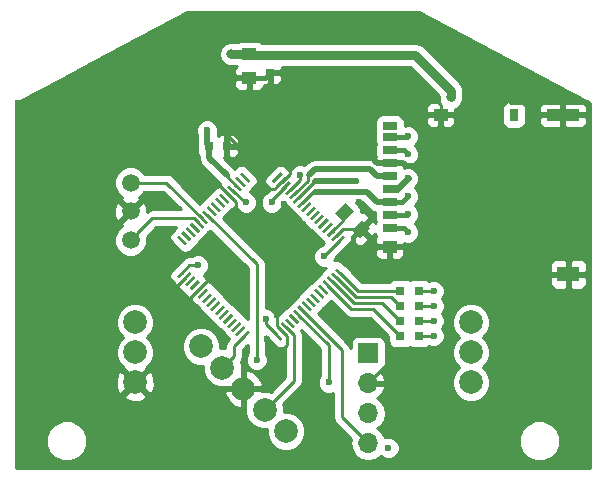
<source format=gbl>
G04 #@! TF.FileFunction,Copper,L2,Bot,Signal*
%FSLAX46Y46*%
G04 Gerber Fmt 4.6, Leading zero omitted, Abs format (unit mm)*
G04 Created by KiCad (PCBNEW 4.0.6) date 03/12/17 16:14:44*
%MOMM*%
%LPD*%
G01*
G04 APERTURE LIST*
%ADD10C,0.100000*%
%ADD11C,2.000000*%
%ADD12C,1.500000*%
%ADD13R,0.750000X0.800000*%
%ADD14R,1.250000X1.000000*%
%ADD15R,0.800000X0.750000*%
%ADD16R,0.800000X0.800000*%
%ADD17R,1.700000X1.700000*%
%ADD18O,1.700000X1.700000*%
%ADD19R,1.900000X1.300000*%
%ADD20R,1.200000X0.700000*%
%ADD21R,1.200000X1.000000*%
%ADD22R,0.800000X1.000000*%
%ADD23R,2.800000X1.000000*%
%ADD24C,0.600000*%
%ADD25C,0.800000*%
%ADD26C,0.250000*%
%ADD27C,0.400000*%
%ADD28C,0.500000*%
%ADD29C,0.800000*%
%ADD30C,0.600000*%
%ADD31C,0.254000*%
G04 APERTURE END LIST*
D10*
D11*
X89224000Y-87046000D03*
X89224000Y-84506000D03*
X89224000Y-81966000D03*
X60776000Y-87046000D03*
X60776000Y-84506000D03*
X60776000Y-81966000D03*
D10*
G36*
X64319899Y-74733977D02*
X64496676Y-74557200D01*
X65203783Y-75264307D01*
X65027006Y-75441084D01*
X64319899Y-74733977D01*
X64319899Y-74733977D01*
G37*
G36*
X64673452Y-74380423D02*
X64850229Y-74203646D01*
X65557336Y-74910753D01*
X65380559Y-75087530D01*
X64673452Y-74380423D01*
X64673452Y-74380423D01*
G37*
G36*
X65027006Y-74026870D02*
X65203783Y-73850093D01*
X65910890Y-74557200D01*
X65734113Y-74733977D01*
X65027006Y-74026870D01*
X65027006Y-74026870D01*
G37*
G36*
X65380559Y-73673317D02*
X65557336Y-73496540D01*
X66264443Y-74203647D01*
X66087666Y-74380424D01*
X65380559Y-73673317D01*
X65380559Y-73673317D01*
G37*
G36*
X65734112Y-73319763D02*
X65910889Y-73142986D01*
X66617996Y-73850093D01*
X66441219Y-74026870D01*
X65734112Y-73319763D01*
X65734112Y-73319763D01*
G37*
G36*
X66087666Y-72966210D02*
X66264443Y-72789433D01*
X66971550Y-73496540D01*
X66794773Y-73673317D01*
X66087666Y-72966210D01*
X66087666Y-72966210D01*
G37*
G36*
X66441219Y-72612656D02*
X66617996Y-72435879D01*
X67325103Y-73142986D01*
X67148326Y-73319763D01*
X66441219Y-72612656D01*
X66441219Y-72612656D01*
G37*
G36*
X66794773Y-72259103D02*
X66971550Y-72082326D01*
X67678657Y-72789433D01*
X67501880Y-72966210D01*
X66794773Y-72259103D01*
X66794773Y-72259103D01*
G37*
G36*
X67148326Y-71905550D02*
X67325103Y-71728773D01*
X68032210Y-72435880D01*
X67855433Y-72612657D01*
X67148326Y-71905550D01*
X67148326Y-71905550D01*
G37*
G36*
X67501879Y-71551996D02*
X67678656Y-71375219D01*
X68385763Y-72082326D01*
X68208986Y-72259103D01*
X67501879Y-71551996D01*
X67501879Y-71551996D01*
G37*
G36*
X67855433Y-71198443D02*
X68032210Y-71021666D01*
X68739317Y-71728773D01*
X68562540Y-71905550D01*
X67855433Y-71198443D01*
X67855433Y-71198443D01*
G37*
G36*
X68208986Y-70844889D02*
X68385763Y-70668112D01*
X69092870Y-71375219D01*
X68916093Y-71551996D01*
X68208986Y-70844889D01*
X68208986Y-70844889D01*
G37*
G36*
X68562540Y-70491336D02*
X68739317Y-70314559D01*
X69446424Y-71021666D01*
X69269647Y-71198443D01*
X68562540Y-70491336D01*
X68562540Y-70491336D01*
G37*
G36*
X68916093Y-70137783D02*
X69092870Y-69961006D01*
X69799977Y-70668113D01*
X69623200Y-70844890D01*
X68916093Y-70137783D01*
X68916093Y-70137783D01*
G37*
G36*
X69269646Y-69784229D02*
X69446423Y-69607452D01*
X70153530Y-70314559D01*
X69976753Y-70491336D01*
X69269646Y-69784229D01*
X69269646Y-69784229D01*
G37*
G36*
X69623200Y-69430676D02*
X69799977Y-69253899D01*
X70507084Y-69961006D01*
X70330307Y-70137783D01*
X69623200Y-69430676D01*
X69623200Y-69430676D01*
G37*
G36*
X73088023Y-69253899D02*
X73264800Y-69430676D01*
X72557693Y-70137783D01*
X72380916Y-69961006D01*
X73088023Y-69253899D01*
X73088023Y-69253899D01*
G37*
G36*
X73441577Y-69607452D02*
X73618354Y-69784229D01*
X72911247Y-70491336D01*
X72734470Y-70314559D01*
X73441577Y-69607452D01*
X73441577Y-69607452D01*
G37*
G36*
X73795130Y-69961006D02*
X73971907Y-70137783D01*
X73264800Y-70844890D01*
X73088023Y-70668113D01*
X73795130Y-69961006D01*
X73795130Y-69961006D01*
G37*
G36*
X74148683Y-70314559D02*
X74325460Y-70491336D01*
X73618353Y-71198443D01*
X73441576Y-71021666D01*
X74148683Y-70314559D01*
X74148683Y-70314559D01*
G37*
G36*
X74502237Y-70668112D02*
X74679014Y-70844889D01*
X73971907Y-71551996D01*
X73795130Y-71375219D01*
X74502237Y-70668112D01*
X74502237Y-70668112D01*
G37*
G36*
X74855790Y-71021666D02*
X75032567Y-71198443D01*
X74325460Y-71905550D01*
X74148683Y-71728773D01*
X74855790Y-71021666D01*
X74855790Y-71021666D01*
G37*
G36*
X75209344Y-71375219D02*
X75386121Y-71551996D01*
X74679014Y-72259103D01*
X74502237Y-72082326D01*
X75209344Y-71375219D01*
X75209344Y-71375219D01*
G37*
G36*
X75562897Y-71728773D02*
X75739674Y-71905550D01*
X75032567Y-72612657D01*
X74855790Y-72435880D01*
X75562897Y-71728773D01*
X75562897Y-71728773D01*
G37*
G36*
X75916450Y-72082326D02*
X76093227Y-72259103D01*
X75386120Y-72966210D01*
X75209343Y-72789433D01*
X75916450Y-72082326D01*
X75916450Y-72082326D01*
G37*
G36*
X76270004Y-72435879D02*
X76446781Y-72612656D01*
X75739674Y-73319763D01*
X75562897Y-73142986D01*
X76270004Y-72435879D01*
X76270004Y-72435879D01*
G37*
G36*
X76623557Y-72789433D02*
X76800334Y-72966210D01*
X76093227Y-73673317D01*
X75916450Y-73496540D01*
X76623557Y-72789433D01*
X76623557Y-72789433D01*
G37*
G36*
X76977111Y-73142986D02*
X77153888Y-73319763D01*
X76446781Y-74026870D01*
X76270004Y-73850093D01*
X76977111Y-73142986D01*
X76977111Y-73142986D01*
G37*
G36*
X77330664Y-73496540D02*
X77507441Y-73673317D01*
X76800334Y-74380424D01*
X76623557Y-74203647D01*
X77330664Y-73496540D01*
X77330664Y-73496540D01*
G37*
G36*
X77684217Y-73850093D02*
X77860994Y-74026870D01*
X77153887Y-74733977D01*
X76977110Y-74557200D01*
X77684217Y-73850093D01*
X77684217Y-73850093D01*
G37*
G36*
X78037771Y-74203646D02*
X78214548Y-74380423D01*
X77507441Y-75087530D01*
X77330664Y-74910753D01*
X78037771Y-74203646D01*
X78037771Y-74203646D01*
G37*
G36*
X78391324Y-74557200D02*
X78568101Y-74733977D01*
X77860994Y-75441084D01*
X77684217Y-75264307D01*
X78391324Y-74557200D01*
X78391324Y-74557200D01*
G37*
G36*
X77684217Y-77491693D02*
X77860994Y-77314916D01*
X78568101Y-78022023D01*
X78391324Y-78198800D01*
X77684217Y-77491693D01*
X77684217Y-77491693D01*
G37*
G36*
X77330664Y-77845247D02*
X77507441Y-77668470D01*
X78214548Y-78375577D01*
X78037771Y-78552354D01*
X77330664Y-77845247D01*
X77330664Y-77845247D01*
G37*
G36*
X76977110Y-78198800D02*
X77153887Y-78022023D01*
X77860994Y-78729130D01*
X77684217Y-78905907D01*
X76977110Y-78198800D01*
X76977110Y-78198800D01*
G37*
G36*
X76623557Y-78552353D02*
X76800334Y-78375576D01*
X77507441Y-79082683D01*
X77330664Y-79259460D01*
X76623557Y-78552353D01*
X76623557Y-78552353D01*
G37*
G36*
X76270004Y-78905907D02*
X76446781Y-78729130D01*
X77153888Y-79436237D01*
X76977111Y-79613014D01*
X76270004Y-78905907D01*
X76270004Y-78905907D01*
G37*
G36*
X75916450Y-79259460D02*
X76093227Y-79082683D01*
X76800334Y-79789790D01*
X76623557Y-79966567D01*
X75916450Y-79259460D01*
X75916450Y-79259460D01*
G37*
G36*
X75562897Y-79613014D02*
X75739674Y-79436237D01*
X76446781Y-80143344D01*
X76270004Y-80320121D01*
X75562897Y-79613014D01*
X75562897Y-79613014D01*
G37*
G36*
X75209343Y-79966567D02*
X75386120Y-79789790D01*
X76093227Y-80496897D01*
X75916450Y-80673674D01*
X75209343Y-79966567D01*
X75209343Y-79966567D01*
G37*
G36*
X74855790Y-80320120D02*
X75032567Y-80143343D01*
X75739674Y-80850450D01*
X75562897Y-81027227D01*
X74855790Y-80320120D01*
X74855790Y-80320120D01*
G37*
G36*
X74502237Y-80673674D02*
X74679014Y-80496897D01*
X75386121Y-81204004D01*
X75209344Y-81380781D01*
X74502237Y-80673674D01*
X74502237Y-80673674D01*
G37*
G36*
X74148683Y-81027227D02*
X74325460Y-80850450D01*
X75032567Y-81557557D01*
X74855790Y-81734334D01*
X74148683Y-81027227D01*
X74148683Y-81027227D01*
G37*
G36*
X73795130Y-81380781D02*
X73971907Y-81204004D01*
X74679014Y-81911111D01*
X74502237Y-82087888D01*
X73795130Y-81380781D01*
X73795130Y-81380781D01*
G37*
G36*
X73441576Y-81734334D02*
X73618353Y-81557557D01*
X74325460Y-82264664D01*
X74148683Y-82441441D01*
X73441576Y-81734334D01*
X73441576Y-81734334D01*
G37*
G36*
X73088023Y-82087887D02*
X73264800Y-81911110D01*
X73971907Y-82618217D01*
X73795130Y-82794994D01*
X73088023Y-82087887D01*
X73088023Y-82087887D01*
G37*
G36*
X72734470Y-82441441D02*
X72911247Y-82264664D01*
X73618354Y-82971771D01*
X73441577Y-83148548D01*
X72734470Y-82441441D01*
X72734470Y-82441441D01*
G37*
G36*
X72380916Y-82794994D02*
X72557693Y-82618217D01*
X73264800Y-83325324D01*
X73088023Y-83502101D01*
X72380916Y-82794994D01*
X72380916Y-82794994D01*
G37*
G36*
X70330307Y-82618217D02*
X70507084Y-82794994D01*
X69799977Y-83502101D01*
X69623200Y-83325324D01*
X70330307Y-82618217D01*
X70330307Y-82618217D01*
G37*
G36*
X69976753Y-82264664D02*
X70153530Y-82441441D01*
X69446423Y-83148548D01*
X69269646Y-82971771D01*
X69976753Y-82264664D01*
X69976753Y-82264664D01*
G37*
G36*
X69623200Y-81911110D02*
X69799977Y-82087887D01*
X69092870Y-82794994D01*
X68916093Y-82618217D01*
X69623200Y-81911110D01*
X69623200Y-81911110D01*
G37*
G36*
X69269647Y-81557557D02*
X69446424Y-81734334D01*
X68739317Y-82441441D01*
X68562540Y-82264664D01*
X69269647Y-81557557D01*
X69269647Y-81557557D01*
G37*
G36*
X68916093Y-81204004D02*
X69092870Y-81380781D01*
X68385763Y-82087888D01*
X68208986Y-81911111D01*
X68916093Y-81204004D01*
X68916093Y-81204004D01*
G37*
G36*
X68562540Y-80850450D02*
X68739317Y-81027227D01*
X68032210Y-81734334D01*
X67855433Y-81557557D01*
X68562540Y-80850450D01*
X68562540Y-80850450D01*
G37*
G36*
X68208986Y-80496897D02*
X68385763Y-80673674D01*
X67678656Y-81380781D01*
X67501879Y-81204004D01*
X68208986Y-80496897D01*
X68208986Y-80496897D01*
G37*
G36*
X67855433Y-80143343D02*
X68032210Y-80320120D01*
X67325103Y-81027227D01*
X67148326Y-80850450D01*
X67855433Y-80143343D01*
X67855433Y-80143343D01*
G37*
G36*
X67501880Y-79789790D02*
X67678657Y-79966567D01*
X66971550Y-80673674D01*
X66794773Y-80496897D01*
X67501880Y-79789790D01*
X67501880Y-79789790D01*
G37*
G36*
X67148326Y-79436237D02*
X67325103Y-79613014D01*
X66617996Y-80320121D01*
X66441219Y-80143344D01*
X67148326Y-79436237D01*
X67148326Y-79436237D01*
G37*
G36*
X66794773Y-79082683D02*
X66971550Y-79259460D01*
X66264443Y-79966567D01*
X66087666Y-79789790D01*
X66794773Y-79082683D01*
X66794773Y-79082683D01*
G37*
G36*
X66441219Y-78729130D02*
X66617996Y-78905907D01*
X65910889Y-79613014D01*
X65734112Y-79436237D01*
X66441219Y-78729130D01*
X66441219Y-78729130D01*
G37*
G36*
X66087666Y-78375576D02*
X66264443Y-78552353D01*
X65557336Y-79259460D01*
X65380559Y-79082683D01*
X66087666Y-78375576D01*
X66087666Y-78375576D01*
G37*
G36*
X65734113Y-78022023D02*
X65910890Y-78198800D01*
X65203783Y-78905907D01*
X65027006Y-78729130D01*
X65734113Y-78022023D01*
X65734113Y-78022023D01*
G37*
G36*
X65380559Y-77668470D02*
X65557336Y-77845247D01*
X64850229Y-78552354D01*
X64673452Y-78375577D01*
X65380559Y-77668470D01*
X65380559Y-77668470D01*
G37*
G36*
X65027006Y-77314916D02*
X65203783Y-77491693D01*
X64496676Y-78198800D01*
X64319899Y-78022023D01*
X65027006Y-77314916D01*
X65027006Y-77314916D01*
G37*
D12*
X60395000Y-70128000D03*
X60395000Y-72568000D03*
X60395000Y-75008000D03*
D10*
G36*
X77690505Y-72732388D02*
X78574388Y-71848505D01*
X79281495Y-72555612D01*
X78397612Y-73439495D01*
X77690505Y-72732388D01*
X77690505Y-72732388D01*
G37*
G36*
X79104719Y-74146602D02*
X79988602Y-73262719D01*
X80695709Y-73969826D01*
X79811826Y-74853709D01*
X79104719Y-74146602D01*
X79104719Y-74146602D01*
G37*
D13*
X72206000Y-59321000D03*
X72206000Y-60821000D03*
D14*
X70428000Y-59249000D03*
X70428000Y-61249000D03*
D15*
X67056000Y-67056000D03*
X68556000Y-67056000D03*
D16*
X83236972Y-79294740D03*
X84836972Y-79294740D03*
X83236972Y-80564739D03*
X84836972Y-80564739D03*
X83236973Y-81834738D03*
X84836973Y-81834738D03*
X83236973Y-83104740D03*
X84836973Y-83104740D03*
D17*
X80518000Y-84582000D03*
D18*
X80518000Y-87122000D03*
X80518000Y-89662000D03*
X80518000Y-92202000D03*
D11*
X66364000Y-83998000D03*
X68160051Y-85794051D03*
X69956102Y-87590102D03*
X71752153Y-89386153D03*
X73548204Y-91182204D03*
D19*
X97450500Y-77896500D03*
D20*
X82350500Y-73996500D03*
X82350500Y-72896500D03*
X82350500Y-71796500D03*
X82350500Y-70696500D03*
X82350500Y-69596500D03*
X82350500Y-68496500D03*
X82350500Y-67396500D03*
X82350500Y-66296500D03*
X82350500Y-65346500D03*
D21*
X82350500Y-75546500D03*
X86650500Y-64396500D03*
D22*
X92850500Y-64396500D03*
D23*
X97000500Y-64396500D03*
D24*
X82232500Y-92583006D03*
X61849000Y-94043500D03*
X50863500Y-94043500D03*
X50863500Y-88582500D03*
X50863500Y-78422500D03*
X50863500Y-68262500D03*
X92075000Y-94043500D03*
X99003000Y-63424000D03*
X99130000Y-83236000D03*
X99130000Y-85649000D03*
X99130000Y-88824000D03*
X99165643Y-80164818D03*
X99060000Y-94043506D03*
X84582000Y-94107000D03*
X71882000Y-92646500D03*
X78867000Y-92583000D03*
X64262000Y-92646500D03*
X81216500Y-55943500D03*
X68834000Y-55943500D03*
X91757500Y-59690000D03*
X85534500Y-56387998D03*
X58102504Y-59753500D03*
X74930000Y-55943500D03*
X64516004Y-56324500D03*
X89408000Y-66294000D03*
X90875000Y-87935000D03*
X63951000Y-76378000D03*
X67126000Y-74473000D03*
X70174000Y-79807000D03*
X76524000Y-75235000D03*
X73349000Y-71933000D03*
X74746000Y-76378000D03*
X71190000Y-72695000D03*
X72752149Y-81331000D03*
X76397000Y-77775000D03*
X72079000Y-79172000D03*
X85795000Y-88189000D03*
X70174000Y-84506000D03*
X68269000Y-83363000D03*
X64459000Y-80696000D03*
X56839000Y-89459000D03*
X58998000Y-82855000D03*
X55315000Y-72568000D03*
X66237000Y-71425000D03*
X80207000Y-67488000D03*
X73857000Y-68504000D03*
X68142000Y-65710000D03*
X68777000Y-60503000D03*
X73603000Y-60630000D03*
X81223000Y-60503000D03*
X85287000Y-62916000D03*
X88716000Y-76505000D03*
X93923000Y-76378000D03*
X94177000Y-79299000D03*
X91002000Y-83871000D03*
X93669000Y-88443000D03*
X94177000Y-85522000D03*
X87446000Y-83109000D03*
X87573000Y-79299000D03*
X80080000Y-78283000D03*
X77032000Y-80823000D03*
X75127000Y-83236000D03*
X74492000Y-89586000D03*
X71952000Y-83363000D03*
X73349000Y-86030000D03*
X64078000Y-72187000D03*
X99130000Y-68250000D03*
X50870000Y-63424000D03*
X80842000Y-75108000D03*
X71444000Y-68504000D03*
X69285000Y-72568000D03*
X79699000Y-71806000D03*
X84074000Y-68758000D03*
X76778000Y-76378000D03*
X70174002Y-71806000D03*
X72333000Y-71805998D03*
X71825022Y-81712000D03*
X66110000Y-77140000D03*
D25*
X87522200Y-62916000D03*
D24*
X83890000Y-69774000D03*
D25*
X68904000Y-59233000D03*
D24*
X66872000Y-65710000D03*
X83890000Y-74346000D03*
X74746000Y-69520000D03*
X83890000Y-72822000D03*
X83890000Y-71298000D03*
X79445000Y-70028000D03*
X83890000Y-67742000D03*
X83890000Y-66218000D03*
X86049000Y-79299000D03*
X86049000Y-80569000D03*
X86049000Y-81839000D03*
X86049000Y-83109000D03*
X71062997Y-85140997D03*
X77159000Y-87046000D03*
D26*
X50863500Y-88582500D02*
X50863500Y-94043500D01*
X50863500Y-68262500D02*
X50863500Y-78422500D01*
X92075000Y-94043500D02*
X91775001Y-93743501D01*
X91775001Y-93743501D02*
X84945499Y-93743501D01*
X84945499Y-93743501D02*
X84881999Y-93807001D01*
X84881999Y-93807001D02*
X84582000Y-94107000D01*
X99130000Y-85649000D02*
X99130000Y-88824000D01*
X99130000Y-83236000D02*
X99130000Y-80200461D01*
X99130000Y-80200461D02*
X99165643Y-80164818D01*
X98635736Y-94043506D02*
X99060000Y-94043506D01*
X85795000Y-92894000D02*
X84881999Y-93807001D01*
X85795000Y-88189000D02*
X85795000Y-92894000D01*
X64262000Y-92646500D02*
X71882000Y-92646500D01*
X64262000Y-92222236D02*
X64262000Y-92646500D01*
X64262000Y-90532000D02*
X64262000Y-92222236D01*
X60776000Y-87046000D02*
X64262000Y-90532000D01*
X74930000Y-55943500D02*
X68834000Y-55943500D01*
X68834000Y-55943500D02*
X64897004Y-55943500D01*
X92057499Y-59989999D02*
X91757500Y-59690000D01*
X95491500Y-63424000D02*
X92057499Y-59989999D01*
X99003000Y-63424000D02*
X95491500Y-63424000D01*
X85834499Y-56687997D02*
X85534500Y-56387998D01*
X92570502Y-63424000D02*
X85834499Y-56687997D01*
X99003000Y-63424000D02*
X92570502Y-63424000D01*
X75374498Y-56387998D02*
X85110236Y-56387998D01*
X85110236Y-56387998D02*
X85534500Y-56387998D01*
X74930000Y-55943500D02*
X75374498Y-56387998D01*
X64897004Y-55943500D02*
X64516004Y-56324500D01*
X50870000Y-63424000D02*
X57988000Y-63424000D01*
X57988000Y-63424000D02*
X64091740Y-57320260D01*
X64091740Y-57320260D02*
X64091740Y-56324500D01*
X64091740Y-56324500D02*
X64516004Y-56324500D01*
X85287000Y-62916000D02*
X85711264Y-62916000D01*
X85711264Y-62916000D02*
X85914264Y-63119000D01*
X86233000Y-63119000D02*
X86650500Y-63536500D01*
X85914264Y-63119000D02*
X86233000Y-63119000D01*
X86650500Y-63536500D02*
X86650500Y-64396500D01*
X86666000Y-64402000D02*
X85230000Y-64402000D01*
X85230000Y-64402000D02*
X85217000Y-64389000D01*
X85217000Y-64389000D02*
X85217000Y-62986000D01*
X85217000Y-62986000D02*
X85287000Y-62916000D01*
X89108001Y-66593999D02*
X89408000Y-66294000D01*
X88716000Y-66986000D02*
X89108001Y-66593999D01*
X88716000Y-76505000D02*
X88716000Y-66986000D01*
X70174000Y-79807000D02*
X67126000Y-76759000D01*
X67126000Y-76759000D02*
X67126000Y-74473000D01*
D27*
X79900214Y-74058214D02*
X79191000Y-74767428D01*
X79191000Y-74767428D02*
X79191000Y-75489000D01*
D26*
X73349000Y-71933000D02*
X76524000Y-75108000D01*
X76524000Y-75108000D02*
X76524000Y-75235000D01*
X74746000Y-76251000D02*
X74746000Y-76378000D01*
X71190000Y-72695000D02*
X74746000Y-76251000D01*
X71444000Y-72441000D02*
X71190000Y-72695000D01*
X71444000Y-68504000D02*
X71444000Y-72441000D01*
X72752149Y-82282343D02*
X72752149Y-81331000D01*
X72752149Y-81331000D02*
X72752149Y-79845149D01*
X76397000Y-77775000D02*
X72841000Y-81331000D01*
X72841000Y-81331000D02*
X72752149Y-81331000D01*
X72378999Y-79471999D02*
X72079000Y-79172000D01*
X73176412Y-82706606D02*
X72752149Y-82282343D01*
X72752149Y-79845149D02*
X72378999Y-79471999D01*
X64459000Y-80696000D02*
X65602000Y-80696000D01*
X65602000Y-80696000D02*
X68269000Y-83363000D01*
X55315000Y-72568000D02*
X55315000Y-79172000D01*
X55315000Y-79172000D02*
X58998000Y-82855000D01*
X68142000Y-65710000D02*
X70936000Y-68504000D01*
X70936000Y-68504000D02*
X73857000Y-68504000D01*
X70428000Y-61249000D02*
X69523000Y-61249000D01*
X69523000Y-61249000D02*
X68777000Y-60503000D01*
D27*
X70428000Y-61249000D02*
X71778000Y-61249000D01*
X71778000Y-61249000D02*
X72206000Y-60821000D01*
D26*
X85287000Y-62916000D02*
X83636000Y-62916000D01*
X83636000Y-62916000D02*
X81223000Y-60503000D01*
X94177000Y-79299000D02*
X94177000Y-76632000D01*
X94177000Y-76632000D02*
X93923000Y-76378000D01*
X94177000Y-85522000D02*
X93669000Y-86030000D01*
X93669000Y-86030000D02*
X93669000Y-88443000D01*
X87573000Y-79299000D02*
X87573000Y-82982000D01*
X87573000Y-82982000D02*
X87446000Y-83109000D01*
X80842000Y-75108000D02*
X80842000Y-77521000D01*
X80842000Y-77521000D02*
X80080000Y-78283000D01*
X80518000Y-87122000D02*
X82304081Y-85335919D01*
X82304081Y-85335919D02*
X82304081Y-83809081D01*
X82304081Y-83809081D02*
X80588000Y-82093000D01*
X80588000Y-82093000D02*
X78302000Y-82093000D01*
X78302000Y-82093000D02*
X77331999Y-81122999D01*
X77331999Y-81122999D02*
X77032000Y-80823000D01*
X75127000Y-83660264D02*
X75127000Y-88951000D01*
X75127000Y-88951000D02*
X74492000Y-89586000D01*
X75127000Y-83236000D02*
X75127000Y-83660264D01*
X73349000Y-84125000D02*
X73349000Y-86030000D01*
X63653736Y-72187000D02*
X64078000Y-72187000D01*
X62300000Y-72187000D02*
X63653736Y-72187000D01*
X61538000Y-71425000D02*
X62300000Y-72187000D01*
X60395000Y-72568000D02*
X61538000Y-71425000D01*
X99003000Y-63424000D02*
X99130000Y-63551000D01*
X99130000Y-63551000D02*
X99130000Y-68250000D01*
X80343477Y-74482477D02*
X80842000Y-74981000D01*
X80842000Y-74981000D02*
X80842000Y-75108000D01*
X79900214Y-74058214D02*
X80324477Y-74482477D01*
X80324477Y-74482477D02*
X80343477Y-74482477D01*
X71317000Y-68758000D02*
X71444000Y-68631000D01*
X71444000Y-68631000D02*
X71444000Y-68504000D01*
X69285000Y-72568000D02*
X69285000Y-73838000D01*
X69285000Y-73838000D02*
X72079000Y-76632000D01*
X80842000Y-72949000D02*
X79699000Y-71806000D01*
X80412865Y-73378135D02*
X80842000Y-72949000D01*
X79900214Y-74058214D02*
X80412865Y-73545563D01*
X80412865Y-73545563D02*
X80412865Y-73378135D01*
D28*
X84074000Y-68758000D02*
X84398000Y-68758000D01*
X83722000Y-68758000D02*
X84074000Y-68758000D01*
D26*
X73857000Y-69368806D02*
X73857000Y-68885000D01*
X73176412Y-70049394D02*
X73857000Y-69368806D01*
X72562806Y-70663000D02*
X71952000Y-70663000D01*
X73176412Y-70049394D02*
X72562806Y-70663000D01*
X73603000Y-83871000D02*
X73349000Y-84125000D01*
X73603000Y-83133194D02*
X73603000Y-83871000D01*
X73176412Y-82706606D02*
X73603000Y-83133194D01*
X66176054Y-79171072D02*
X67064126Y-78283000D01*
X66176054Y-79171072D02*
X65413126Y-79934000D01*
X65413126Y-79934000D02*
X64840000Y-79934000D01*
X64332000Y-79426000D02*
X64332000Y-78893806D01*
X64840000Y-79934000D02*
X64332000Y-79426000D01*
X64332000Y-78893806D02*
X65115394Y-78110412D01*
X68650928Y-71110054D02*
X67822874Y-70282000D01*
X69285000Y-71744126D02*
X69285000Y-72314000D01*
X68650928Y-71110054D02*
X69285000Y-71744126D01*
D28*
X82366000Y-68502000D02*
X81266000Y-68502000D01*
X81266000Y-68502000D02*
X80969000Y-68205000D01*
X82366000Y-68502000D02*
X83466000Y-68502000D01*
X83466000Y-68502000D02*
X83722000Y-68758000D01*
D26*
X79900214Y-74058214D02*
X78359980Y-74058214D01*
X78359980Y-74058214D02*
X77772606Y-74645588D01*
X76778000Y-76347301D02*
X76778000Y-76378000D01*
X78126159Y-74999142D02*
X76778000Y-76347301D01*
X69004482Y-70756501D02*
X70053981Y-71806000D01*
X70053981Y-71806000D02*
X70174002Y-71806000D01*
X72333000Y-71599913D02*
X72333000Y-71805998D01*
X73529965Y-70402948D02*
X72333000Y-71599913D01*
X71825022Y-82062323D02*
X71825022Y-81712000D01*
X72822858Y-83060159D02*
X71825022Y-82062323D01*
X64761841Y-77756858D02*
X65378699Y-77140000D01*
X65378699Y-77140000D02*
X66110000Y-77140000D01*
D29*
X72206000Y-59321000D02*
X84492885Y-59321000D01*
X84492885Y-59321000D02*
X87522200Y-62350315D01*
X87522200Y-62350315D02*
X87522200Y-62916000D01*
D30*
X82366000Y-70702000D02*
X82962000Y-70702000D01*
X82962000Y-70702000D02*
X83890000Y-69774000D01*
D29*
X72206000Y-59321000D02*
X70500000Y-59321000D01*
X70500000Y-59321000D02*
X70428000Y-59249000D01*
X70428000Y-59249000D02*
X68920000Y-59249000D01*
X68920000Y-59249000D02*
X68904000Y-59233000D01*
D26*
X77419052Y-74292035D02*
X78486000Y-73225087D01*
X78486000Y-73225087D02*
X78486000Y-72644000D01*
X66529608Y-73231375D02*
X63426233Y-70128000D01*
X63426233Y-70128000D02*
X60395000Y-70128000D01*
X69358035Y-70402948D02*
X68523000Y-69567913D01*
X68523000Y-69567913D02*
X68523000Y-69520000D01*
D28*
X67056000Y-67056000D02*
X67056000Y-68053000D01*
X67056000Y-68053000D02*
X68523000Y-69520000D01*
X66872000Y-65710000D02*
X66872000Y-66872000D01*
X66872000Y-66872000D02*
X67056000Y-67056000D01*
D27*
X82366000Y-74002000D02*
X83546000Y-74002000D01*
X83546000Y-74002000D02*
X83890000Y-74346000D01*
D26*
X74746000Y-69894019D02*
X74746000Y-69520000D01*
X73883518Y-70756501D02*
X74746000Y-69894019D01*
D27*
X82366000Y-72902000D02*
X83810000Y-72902000D01*
X83810000Y-72902000D02*
X83890000Y-72822000D01*
D28*
X82366000Y-71802000D02*
X81266000Y-71802000D01*
X81266000Y-71802000D02*
X80381000Y-70917000D01*
X80381000Y-70917000D02*
X77667000Y-70917000D01*
X77667000Y-70917000D02*
X76016000Y-70917000D01*
D26*
X76016000Y-70917000D02*
X75844340Y-70917000D01*
X75844340Y-70917000D02*
X74944179Y-71817161D01*
D27*
X82366000Y-71802000D02*
X83386000Y-71802000D01*
X83386000Y-71802000D02*
X83890000Y-71298000D01*
D26*
X75508000Y-69520000D02*
X75381000Y-69647000D01*
X75381000Y-69647000D02*
X75381000Y-69966126D01*
X75381000Y-69966126D02*
X74237072Y-71110054D01*
D28*
X76016000Y-69012000D02*
X75508000Y-69520000D01*
X80676000Y-69012000D02*
X76016000Y-69012000D01*
X82366000Y-69602000D02*
X81266000Y-69602000D01*
X81266000Y-69602000D02*
X80676000Y-69012000D01*
X79445000Y-70028000D02*
X76026233Y-70028000D01*
D26*
X74590625Y-71463608D02*
X76026233Y-70028000D01*
D27*
X82366000Y-67402000D02*
X83550000Y-67402000D01*
X83550000Y-67402000D02*
X83890000Y-67742000D01*
X82366000Y-66302000D02*
X83806000Y-66302000D01*
X83806000Y-66302000D02*
X83890000Y-66218000D01*
D26*
X66176054Y-73584928D02*
X65751791Y-73160665D01*
X65751791Y-73160665D02*
X62242335Y-73160665D01*
X62242335Y-73160665D02*
X61144999Y-74258001D01*
X61144999Y-74258001D02*
X60395000Y-75008000D01*
X83236972Y-79294740D02*
X79664041Y-79294740D01*
X79664041Y-79294740D02*
X78126159Y-77756858D01*
X84836972Y-79294740D02*
X86044740Y-79294740D01*
X86044740Y-79294740D02*
X86049000Y-79299000D01*
X83236972Y-80564739D02*
X82479233Y-79807000D01*
X82479233Y-79807000D02*
X79469194Y-79807000D01*
X79469194Y-79807000D02*
X77772606Y-78110412D01*
X86049000Y-80569000D02*
X84841233Y-80569000D01*
X84841233Y-80569000D02*
X84836972Y-80564739D01*
X83236973Y-81834738D02*
X81717235Y-80315000D01*
X81717235Y-80315000D02*
X79270087Y-80315000D01*
X79270087Y-80315000D02*
X77419052Y-78463965D01*
X84836973Y-81834738D02*
X86044738Y-81834738D01*
X86044738Y-81834738D02*
X86049000Y-81839000D01*
X83236973Y-83104740D02*
X80955233Y-80823000D01*
X80955233Y-80823000D02*
X79070981Y-80823000D01*
X79070981Y-80823000D02*
X77065499Y-78817518D01*
X86049000Y-83109000D02*
X84841233Y-83109000D01*
X84841233Y-83109000D02*
X84836973Y-83104740D01*
X68160051Y-85794051D02*
X69160050Y-84794052D01*
X69160050Y-84794052D02*
X69160050Y-83965251D01*
X69160050Y-83965251D02*
X70065142Y-83060159D01*
X71752153Y-89386153D02*
X74238000Y-86900306D01*
X74238000Y-86900306D02*
X74238000Y-83061087D01*
X74238000Y-83061087D02*
X73529965Y-82353052D01*
X71062997Y-84716733D02*
X71062997Y-85140997D01*
X71062997Y-77057657D02*
X71062997Y-84716733D01*
X66883161Y-72877821D02*
X71062997Y-77057657D01*
X71063000Y-85141000D02*
X71062997Y-85140997D01*
X74590625Y-81292392D02*
X77159000Y-83860767D01*
X77159000Y-83860767D02*
X77159000Y-87046000D01*
X74944179Y-80938839D02*
X78302000Y-84296660D01*
X78302000Y-84296660D02*
X78302000Y-89986000D01*
X78302000Y-89986000D02*
X79668001Y-91352001D01*
X79668001Y-91352001D02*
X80518000Y-92202000D01*
D31*
G36*
X99290000Y-63426001D02*
X99290000Y-94290000D01*
X50710000Y-94290000D01*
X50710000Y-92343599D01*
X53264699Y-92343599D01*
X53528281Y-92981515D01*
X54015918Y-93470004D01*
X54653373Y-93734699D01*
X55343599Y-93735301D01*
X55981515Y-93471719D01*
X56470004Y-92984082D01*
X56734699Y-92346627D01*
X56735301Y-91656401D01*
X56471719Y-91018485D01*
X55984082Y-90529996D01*
X55346627Y-90265301D01*
X54656401Y-90264699D01*
X54018485Y-90528281D01*
X53529996Y-91015918D01*
X53265301Y-91653373D01*
X53264699Y-92343599D01*
X50710000Y-92343599D01*
X50710000Y-88198532D01*
X59803073Y-88198532D01*
X59901736Y-88465387D01*
X60511461Y-88691908D01*
X61161460Y-88667856D01*
X61650264Y-88465387D01*
X61748927Y-88198532D01*
X60776000Y-87225605D01*
X59803073Y-88198532D01*
X50710000Y-88198532D01*
X50710000Y-86781461D01*
X59130092Y-86781461D01*
X59154144Y-87431460D01*
X59356613Y-87920264D01*
X59623468Y-88018927D01*
X60596395Y-87046000D01*
X60955605Y-87046000D01*
X61928532Y-88018927D01*
X62045821Y-87975562D01*
X68334246Y-87975562D01*
X68605212Y-88566878D01*
X69081838Y-89009489D01*
X69570642Y-89211958D01*
X69829102Y-89093028D01*
X69829102Y-87717102D01*
X68453176Y-87717102D01*
X68334246Y-87975562D01*
X62045821Y-87975562D01*
X62195387Y-87920264D01*
X62421908Y-87310539D01*
X62397856Y-86660540D01*
X62195387Y-86171736D01*
X61928532Y-86073073D01*
X60955605Y-87046000D01*
X60596395Y-87046000D01*
X59623468Y-86073073D01*
X59356613Y-86171736D01*
X59130092Y-86781461D01*
X50710000Y-86781461D01*
X50710000Y-82289795D01*
X59140716Y-82289795D01*
X59389106Y-82890943D01*
X59733759Y-83236199D01*
X59390722Y-83578637D01*
X59141284Y-84179352D01*
X59140716Y-84829795D01*
X59389106Y-85430943D01*
X59815978Y-85858562D01*
X59803073Y-85893468D01*
X60776000Y-86866395D01*
X61748927Y-85893468D01*
X61735836Y-85858062D01*
X62161278Y-85433363D01*
X62410716Y-84832648D01*
X62411284Y-84182205D01*
X62162894Y-83581057D01*
X61818241Y-83235801D01*
X62161278Y-82893363D01*
X62410716Y-82292648D01*
X62411284Y-81642205D01*
X62162894Y-81041057D01*
X61703363Y-80580722D01*
X61102648Y-80331284D01*
X60452205Y-80330716D01*
X59851057Y-80579106D01*
X59390722Y-81038637D01*
X59141284Y-81639352D01*
X59140716Y-82289795D01*
X50710000Y-82289795D01*
X50710000Y-80040057D01*
X65439906Y-80040057D01*
X65529935Y-80130086D01*
X65529935Y-80130085D01*
X65439906Y-80040057D01*
X50710000Y-80040057D01*
X50710000Y-79817191D01*
X65217040Y-79817191D01*
X65262160Y-79862311D01*
X65217041Y-79817191D01*
X65217040Y-79817191D01*
X50710000Y-79817191D01*
X50710000Y-79036272D01*
X64436121Y-79036272D01*
X64469275Y-79069426D01*
X64469275Y-79069425D01*
X64436121Y-79036272D01*
X50710000Y-79036272D01*
X50710000Y-78756531D01*
X64156380Y-78756531D01*
X64303887Y-78904038D01*
X64156381Y-78756531D01*
X64156380Y-78756531D01*
X50710000Y-78756531D01*
X50710000Y-72363171D01*
X58997799Y-72363171D01*
X59025770Y-72913448D01*
X59182540Y-73291923D01*
X59423483Y-73359912D01*
X60215395Y-72568000D01*
X59423483Y-71776088D01*
X59182540Y-71844077D01*
X58997799Y-72363171D01*
X50710000Y-72363171D01*
X50710000Y-70402285D01*
X59009760Y-70402285D01*
X59220169Y-70911515D01*
X59609436Y-71301461D01*
X59705417Y-71341316D01*
X59671077Y-71355540D01*
X59603088Y-71596483D01*
X60395000Y-72388395D01*
X61186912Y-71596483D01*
X61118923Y-71355540D01*
X61082404Y-71342543D01*
X61178515Y-71302831D01*
X61568461Y-70913564D01*
X61579076Y-70888000D01*
X63111431Y-70888000D01*
X64624096Y-72400665D01*
X62242335Y-72400665D01*
X62020335Y-72444824D01*
X61951495Y-72458517D01*
X61781982Y-72571782D01*
X61764230Y-72222552D01*
X61607460Y-71844077D01*
X61366517Y-71776088D01*
X60574605Y-72568000D01*
X60588748Y-72582143D01*
X60409143Y-72761748D01*
X60395000Y-72747605D01*
X59603088Y-73539517D01*
X59671077Y-73780460D01*
X59707596Y-73793457D01*
X59611485Y-73833169D01*
X59221539Y-74222436D01*
X59010241Y-74731298D01*
X59009760Y-75282285D01*
X59220169Y-75791515D01*
X59609436Y-76181461D01*
X60118298Y-76392759D01*
X60669285Y-76393240D01*
X61178515Y-76182831D01*
X61568461Y-75793564D01*
X61779759Y-75284702D01*
X61780240Y-74733715D01*
X61769670Y-74708132D01*
X62557137Y-73920665D01*
X64217592Y-73920665D01*
X64215643Y-73922614D01*
X64141251Y-74031490D01*
X64038867Y-74099391D01*
X63862090Y-74276168D01*
X63727005Y-74473871D01*
X63672521Y-74725033D01*
X63720045Y-74977604D01*
X63862090Y-75191786D01*
X64569197Y-75898893D01*
X64766900Y-76033978D01*
X65018062Y-76088462D01*
X65270633Y-76040938D01*
X65484815Y-75898893D01*
X65661592Y-75722116D01*
X65735984Y-75613240D01*
X65838368Y-75545339D01*
X66015145Y-75368562D01*
X66089535Y-75259689D01*
X66191922Y-75191786D01*
X66368699Y-75015009D01*
X66443090Y-74906135D01*
X66545475Y-74838233D01*
X66722252Y-74661456D01*
X66796644Y-74552580D01*
X66899028Y-74484679D01*
X67075805Y-74307902D01*
X67141822Y-74211284D01*
X70302997Y-77372459D01*
X70302997Y-81698249D01*
X70257786Y-81630078D01*
X70081009Y-81453301D01*
X69972135Y-81378910D01*
X69904233Y-81276525D01*
X69727456Y-81099748D01*
X69618580Y-81025356D01*
X69550679Y-80922972D01*
X69373902Y-80746195D01*
X69265029Y-80671805D01*
X69197126Y-80569418D01*
X69020349Y-80392641D01*
X68911473Y-80318249D01*
X68843572Y-80215865D01*
X68666795Y-80039088D01*
X68557922Y-79964698D01*
X68490019Y-79862311D01*
X68313242Y-79685534D01*
X68204368Y-79611143D01*
X68136466Y-79508758D01*
X67959689Y-79331981D01*
X67850813Y-79257589D01*
X67782912Y-79155205D01*
X67606135Y-78978428D01*
X67497262Y-78904038D01*
X67429359Y-78801651D01*
X67252582Y-78624874D01*
X67163772Y-78564193D01*
X67156323Y-78546209D01*
X67135067Y-78524953D01*
X67106343Y-78524953D01*
X67054879Y-78489789D01*
X67099904Y-78489789D01*
X67135067Y-78524953D01*
X67135068Y-78524953D01*
X67099904Y-78489789D01*
X67054879Y-78489789D01*
X66891706Y-78454392D01*
X66864297Y-78308726D01*
X66822173Y-78245209D01*
X66822173Y-78212059D01*
X66822172Y-78212058D01*
X66822173Y-78212058D01*
X66822173Y-78212059D01*
X66855324Y-78245209D01*
X66822173Y-78212058D01*
X66822172Y-78212058D01*
X66800917Y-78190803D01*
X66780475Y-78182336D01*
X66722252Y-78094544D01*
X66583665Y-77955957D01*
X66638943Y-77933117D01*
X66902192Y-77670327D01*
X67044838Y-77326799D01*
X67045162Y-76954833D01*
X66903117Y-76611057D01*
X66640327Y-76347808D01*
X66296799Y-76205162D01*
X65924833Y-76204838D01*
X65581057Y-76346883D01*
X65547882Y-76380000D01*
X65378699Y-76380000D01*
X65087860Y-76437852D01*
X64841298Y-76602599D01*
X64621432Y-76822465D01*
X64569197Y-76857107D01*
X63862090Y-77564214D01*
X63727005Y-77761917D01*
X63672521Y-78013079D01*
X63720045Y-78265650D01*
X63862090Y-78479832D01*
X64038867Y-78656609D01*
X64127675Y-78717289D01*
X64135125Y-78735275D01*
X64156381Y-78756531D01*
X64185107Y-78756531D01*
X64236570Y-78791694D01*
X64399743Y-78827091D01*
X64427152Y-78972757D01*
X64469275Y-79036272D01*
X64469275Y-79069425D01*
X64490531Y-79090681D01*
X64510975Y-79099149D01*
X64569197Y-79186939D01*
X64745974Y-79363716D01*
X64854848Y-79438107D01*
X64922750Y-79540492D01*
X65099527Y-79717269D01*
X65188335Y-79777949D01*
X65195785Y-79795935D01*
X65217041Y-79817191D01*
X65245767Y-79817191D01*
X65297230Y-79852354D01*
X65460403Y-79887751D01*
X65487812Y-80033417D01*
X65529935Y-80096932D01*
X65529935Y-80130085D01*
X65551191Y-80151341D01*
X65571635Y-80159809D01*
X65629857Y-80247599D01*
X65806634Y-80424376D01*
X65915507Y-80498766D01*
X65983410Y-80601153D01*
X66160187Y-80777930D01*
X66269063Y-80852322D01*
X66336964Y-80954706D01*
X66513741Y-81131483D01*
X66622615Y-81205874D01*
X66690517Y-81308259D01*
X66867294Y-81485036D01*
X66976167Y-81559426D01*
X67044070Y-81661813D01*
X67220847Y-81838590D01*
X67329723Y-81912982D01*
X67397624Y-82015366D01*
X67574401Y-82192143D01*
X67683274Y-82266533D01*
X67751177Y-82368920D01*
X67927954Y-82545697D01*
X68036830Y-82620089D01*
X68104731Y-82722473D01*
X68281508Y-82899250D01*
X68390382Y-82973641D01*
X68458284Y-83076026D01*
X68635061Y-83252803D01*
X68731679Y-83318820D01*
X68622649Y-83427850D01*
X68457902Y-83674412D01*
X68400050Y-83965251D01*
X68400050Y-84159259D01*
X67998861Y-84158909D01*
X67999284Y-83674205D01*
X67750894Y-83073057D01*
X67291363Y-82612722D01*
X66690648Y-82363284D01*
X66040205Y-82362716D01*
X65439057Y-82611106D01*
X64978722Y-83070637D01*
X64729284Y-83671352D01*
X64728716Y-84321795D01*
X64977106Y-84922943D01*
X65436637Y-85383278D01*
X66037352Y-85632716D01*
X66525190Y-85633142D01*
X66524767Y-86117846D01*
X66773157Y-86718994D01*
X67232688Y-87179329D01*
X67833403Y-87428767D01*
X68437620Y-87429295D01*
X68453176Y-87463102D01*
X69649494Y-87463102D01*
X69762353Y-87575961D01*
X69941961Y-87396353D01*
X69829102Y-87283494D01*
X69829102Y-86087176D01*
X70083102Y-86087176D01*
X70083102Y-87463102D01*
X71459028Y-87463102D01*
X71577958Y-87204642D01*
X71306992Y-86613326D01*
X70830366Y-86170715D01*
X70341562Y-85968246D01*
X70083102Y-86087176D01*
X69829102Y-86087176D01*
X69794810Y-86071397D01*
X69795335Y-85470256D01*
X69722495Y-85293971D01*
X69862198Y-85084891D01*
X69920050Y-84794052D01*
X69920050Y-84280053D01*
X70205551Y-83994552D01*
X70257786Y-83959910D01*
X70302997Y-83914699D01*
X70302997Y-84578534D01*
X70270805Y-84610670D01*
X70128159Y-84954198D01*
X70127835Y-85326164D01*
X70269880Y-85669940D01*
X70532670Y-85933189D01*
X70876198Y-86075835D01*
X71248164Y-86076159D01*
X71591940Y-85934114D01*
X71855189Y-85671324D01*
X71997835Y-85327796D01*
X71998159Y-84955830D01*
X71856114Y-84612054D01*
X71822997Y-84578879D01*
X71822997Y-83135100D01*
X71888465Y-83200568D01*
X71923107Y-83252803D01*
X72630214Y-83959910D01*
X72827917Y-84094995D01*
X73079079Y-84149479D01*
X73331650Y-84101955D01*
X73478000Y-84004896D01*
X73478000Y-86585504D01*
X72243626Y-87819878D01*
X72078801Y-87751437D01*
X71474584Y-87750909D01*
X71459028Y-87717102D01*
X70262710Y-87717102D01*
X70149851Y-87604243D01*
X69970243Y-87783851D01*
X70083102Y-87896710D01*
X70083102Y-89093028D01*
X70117394Y-89108807D01*
X70116869Y-89709948D01*
X70365259Y-90311096D01*
X70824790Y-90771431D01*
X71425505Y-91020869D01*
X71913343Y-91021295D01*
X71912920Y-91505999D01*
X72161310Y-92107147D01*
X72620841Y-92567482D01*
X73221556Y-92816920D01*
X73871999Y-92817488D01*
X74473147Y-92569098D01*
X74933482Y-92109567D01*
X75182920Y-91508852D01*
X75183488Y-90858409D01*
X74935098Y-90257261D01*
X74475567Y-89796926D01*
X73874852Y-89547488D01*
X73387014Y-89547062D01*
X73387437Y-89062358D01*
X73318234Y-88894874D01*
X74775401Y-87437707D01*
X74940148Y-87191145D01*
X74998000Y-86900306D01*
X74998000Y-83061087D01*
X74940148Y-82770248D01*
X74846445Y-82630012D01*
X74849286Y-82625855D01*
X76399000Y-84175569D01*
X76399000Y-86483537D01*
X76366808Y-86515673D01*
X76224162Y-86859201D01*
X76223838Y-87231167D01*
X76365883Y-87574943D01*
X76628673Y-87838192D01*
X76972201Y-87980838D01*
X77344167Y-87981162D01*
X77542000Y-87899419D01*
X77542000Y-89986000D01*
X77599852Y-90276839D01*
X77764599Y-90523401D01*
X79076790Y-91835592D01*
X79003907Y-92202000D01*
X79116946Y-92770285D01*
X79438853Y-93252054D01*
X79920622Y-93573961D01*
X80488907Y-93687000D01*
X80547093Y-93687000D01*
X81115378Y-93573961D01*
X81586407Y-93259230D01*
X81702173Y-93375198D01*
X82045701Y-93517844D01*
X82417667Y-93518168D01*
X82761443Y-93376123D01*
X83024692Y-93113333D01*
X83167338Y-92769805D01*
X83167662Y-92397839D01*
X83145251Y-92343599D01*
X93264699Y-92343599D01*
X93528281Y-92981515D01*
X94015918Y-93470004D01*
X94653373Y-93734699D01*
X95343599Y-93735301D01*
X95981515Y-93471719D01*
X96470004Y-92984082D01*
X96734699Y-92346627D01*
X96735301Y-91656401D01*
X96471719Y-91018485D01*
X95984082Y-90529996D01*
X95346627Y-90265301D01*
X94656401Y-90264699D01*
X94018485Y-90528281D01*
X93529996Y-91015918D01*
X93265301Y-91653373D01*
X93264699Y-92343599D01*
X83145251Y-92343599D01*
X83025617Y-92054063D01*
X82762827Y-91790814D01*
X82419299Y-91648168D01*
X82047333Y-91647844D01*
X81931393Y-91695749D01*
X81919054Y-91633715D01*
X81597147Y-91151946D01*
X81267974Y-90932000D01*
X81597147Y-90712054D01*
X81919054Y-90230285D01*
X82032093Y-89662000D01*
X81919054Y-89093715D01*
X81597147Y-88611946D01*
X81256447Y-88384298D01*
X81399358Y-88317183D01*
X81789645Y-87888924D01*
X81959476Y-87478890D01*
X81838155Y-87249000D01*
X80645000Y-87249000D01*
X80645000Y-87269000D01*
X80391000Y-87269000D01*
X80391000Y-87249000D01*
X80371000Y-87249000D01*
X80371000Y-86995000D01*
X80391000Y-86995000D01*
X80391000Y-86975000D01*
X80645000Y-86975000D01*
X80645000Y-86995000D01*
X81838155Y-86995000D01*
X81959476Y-86765110D01*
X81789645Y-86355076D01*
X81513499Y-86052063D01*
X81603317Y-86035162D01*
X81819441Y-85896090D01*
X81964431Y-85683890D01*
X82015440Y-85432000D01*
X82015440Y-83732000D01*
X81971162Y-83496683D01*
X81832090Y-83280559D01*
X81619890Y-83135569D01*
X81368000Y-83084560D01*
X79668000Y-83084560D01*
X79432683Y-83128838D01*
X79216559Y-83267910D01*
X79071569Y-83480110D01*
X79020560Y-83732000D01*
X79020560Y-84088329D01*
X79004148Y-84005821D01*
X78839401Y-83759259D01*
X76276475Y-81196333D01*
X76374259Y-81131483D01*
X76551036Y-80954706D01*
X76625426Y-80845833D01*
X76727813Y-80777930D01*
X76904590Y-80601153D01*
X76978982Y-80492277D01*
X77081366Y-80424376D01*
X77258143Y-80247599D01*
X77324160Y-80150981D01*
X78533580Y-81360401D01*
X78780142Y-81525148D01*
X79070981Y-81583000D01*
X80640431Y-81583000D01*
X82189533Y-83132102D01*
X82189533Y-83504740D01*
X82233811Y-83740057D01*
X82372883Y-83956181D01*
X82585083Y-84101171D01*
X82836973Y-84152180D01*
X83636973Y-84152180D01*
X83872290Y-84107902D01*
X84038450Y-84000981D01*
X84185083Y-84101171D01*
X84436973Y-84152180D01*
X85236973Y-84152180D01*
X85472290Y-84107902D01*
X85685727Y-83970559D01*
X85862201Y-84043838D01*
X86234167Y-84044162D01*
X86577943Y-83902117D01*
X86841192Y-83639327D01*
X86983838Y-83295799D01*
X86984162Y-82923833D01*
X86842117Y-82580057D01*
X86736290Y-82474046D01*
X86841192Y-82369327D01*
X86874216Y-82289795D01*
X87588716Y-82289795D01*
X87837106Y-82890943D01*
X88181759Y-83236199D01*
X87838722Y-83578637D01*
X87589284Y-84179352D01*
X87588716Y-84829795D01*
X87837106Y-85430943D01*
X88181759Y-85776199D01*
X87838722Y-86118637D01*
X87589284Y-86719352D01*
X87588716Y-87369795D01*
X87837106Y-87970943D01*
X88296637Y-88431278D01*
X88897352Y-88680716D01*
X89547795Y-88681284D01*
X90148943Y-88432894D01*
X90609278Y-87973363D01*
X90858716Y-87372648D01*
X90859284Y-86722205D01*
X90610894Y-86121057D01*
X90266241Y-85775801D01*
X90609278Y-85433363D01*
X90858716Y-84832648D01*
X90859284Y-84182205D01*
X90610894Y-83581057D01*
X90266241Y-83235801D01*
X90609278Y-82893363D01*
X90858716Y-82292648D01*
X90859284Y-81642205D01*
X90610894Y-81041057D01*
X90151363Y-80580722D01*
X89550648Y-80331284D01*
X88900205Y-80330716D01*
X88299057Y-80579106D01*
X87838722Y-81038637D01*
X87589284Y-81639352D01*
X87588716Y-82289795D01*
X86874216Y-82289795D01*
X86983838Y-82025799D01*
X86984162Y-81653833D01*
X86842117Y-81310057D01*
X86736290Y-81204046D01*
X86841192Y-81099327D01*
X86983838Y-80755799D01*
X86984162Y-80383833D01*
X86842117Y-80040057D01*
X86736290Y-79934046D01*
X86841192Y-79829327D01*
X86983838Y-79485799D01*
X86984162Y-79113833D01*
X86842117Y-78770057D01*
X86579327Y-78506808D01*
X86235799Y-78364162D01*
X85863833Y-78363838D01*
X85689930Y-78435693D01*
X85488862Y-78298309D01*
X85236972Y-78247300D01*
X84436972Y-78247300D01*
X84201655Y-78291578D01*
X84035495Y-78398499D01*
X83888862Y-78298309D01*
X83636972Y-78247300D01*
X82836972Y-78247300D01*
X82601655Y-78291578D01*
X82385531Y-78430650D01*
X82314409Y-78534740D01*
X79978843Y-78534740D01*
X79626353Y-78182250D01*
X95865500Y-78182250D01*
X95865500Y-78672809D01*
X95962173Y-78906198D01*
X96140801Y-79084827D01*
X96374190Y-79181500D01*
X97164750Y-79181500D01*
X97323500Y-79022750D01*
X97323500Y-78023500D01*
X97577500Y-78023500D01*
X97577500Y-79022750D01*
X97736250Y-79181500D01*
X98526810Y-79181500D01*
X98760199Y-79084827D01*
X98938827Y-78906198D01*
X99035500Y-78672809D01*
X99035500Y-78182250D01*
X98876750Y-78023500D01*
X97577500Y-78023500D01*
X97323500Y-78023500D01*
X96024250Y-78023500D01*
X95865500Y-78182250D01*
X79626353Y-78182250D01*
X79060552Y-77616449D01*
X79025910Y-77564214D01*
X78581887Y-77120191D01*
X95865500Y-77120191D01*
X95865500Y-77610750D01*
X96024250Y-77769500D01*
X97323500Y-77769500D01*
X97323500Y-76770250D01*
X97577500Y-76770250D01*
X97577500Y-77769500D01*
X98876750Y-77769500D01*
X99035500Y-77610750D01*
X99035500Y-77120191D01*
X98938827Y-76886802D01*
X98760199Y-76708173D01*
X98526810Y-76611500D01*
X97736250Y-76611500D01*
X97577500Y-76770250D01*
X97323500Y-76770250D01*
X97164750Y-76611500D01*
X96374190Y-76611500D01*
X96140801Y-76708173D01*
X95962173Y-76886802D01*
X95865500Y-77120191D01*
X78581887Y-77120191D01*
X78318803Y-76857107D01*
X78121100Y-76722022D01*
X77869938Y-76667538D01*
X77653246Y-76708311D01*
X77712838Y-76564799D01*
X77712906Y-76487197D01*
X78266568Y-75933535D01*
X78318803Y-75898893D01*
X78385446Y-75832250D01*
X81115500Y-75832250D01*
X81115500Y-76172809D01*
X81212173Y-76406198D01*
X81390801Y-76584827D01*
X81624190Y-76681500D01*
X82064750Y-76681500D01*
X82223500Y-76522750D01*
X82223500Y-75673500D01*
X82477500Y-75673500D01*
X82477500Y-76522750D01*
X82636250Y-76681500D01*
X83076810Y-76681500D01*
X83310199Y-76584827D01*
X83488827Y-76406198D01*
X83585500Y-76172809D01*
X83585500Y-75832250D01*
X83426750Y-75673500D01*
X82477500Y-75673500D01*
X82223500Y-75673500D01*
X81274250Y-75673500D01*
X81115500Y-75832250D01*
X78385446Y-75832250D01*
X79025910Y-75191786D01*
X79160995Y-74994083D01*
X79165716Y-74972320D01*
X79211315Y-74926721D01*
X79211315Y-75151224D01*
X79452127Y-75392036D01*
X79685516Y-75488709D01*
X79938135Y-75488709D01*
X80171524Y-75392037D01*
X80350152Y-75213408D01*
X80500724Y-75062836D01*
X80500724Y-74838330D01*
X79900214Y-74237819D01*
X79886072Y-74251962D01*
X79706467Y-74072357D01*
X79720609Y-74058214D01*
X79706467Y-74044072D01*
X79886072Y-73864467D01*
X79900214Y-73878609D01*
X80589113Y-73189710D01*
X80589113Y-72965204D01*
X80348301Y-72724392D01*
X80114912Y-72627719D01*
X79915171Y-72627719D01*
X79928873Y-72564556D01*
X79881349Y-72311985D01*
X79739304Y-72097803D01*
X79443501Y-71802000D01*
X80014420Y-71802000D01*
X80640208Y-72427787D01*
X80640210Y-72427790D01*
X80927325Y-72619633D01*
X80967976Y-72627719D01*
X81103060Y-72654589D01*
X81103060Y-73246500D01*
X81142074Y-73453842D01*
X81131242Y-73507333D01*
X80993224Y-73369315D01*
X80768718Y-73369315D01*
X80079819Y-74058214D01*
X80680330Y-74658724D01*
X80904836Y-74658724D01*
X81055408Y-74508152D01*
X81121114Y-74442447D01*
X81147338Y-74581817D01*
X81213829Y-74685146D01*
X81212173Y-74686802D01*
X81115500Y-74920191D01*
X81115500Y-75260750D01*
X81274250Y-75419500D01*
X82223500Y-75419500D01*
X82223500Y-75399500D01*
X82477500Y-75399500D01*
X82477500Y-75419500D01*
X83426750Y-75419500D01*
X83585500Y-75260750D01*
X83585500Y-75231964D01*
X83703201Y-75280838D01*
X84075167Y-75281162D01*
X84418943Y-75139117D01*
X84682192Y-74876327D01*
X84824838Y-74532799D01*
X84825162Y-74160833D01*
X84683117Y-73817057D01*
X84450291Y-73583824D01*
X84682192Y-73352327D01*
X84824838Y-73008799D01*
X84825162Y-72636833D01*
X84683117Y-72293057D01*
X84450291Y-72059824D01*
X84682192Y-71828327D01*
X84824838Y-71484799D01*
X84825162Y-71112833D01*
X84683117Y-70769057D01*
X84450378Y-70535912D01*
X84550854Y-70435436D01*
X84682192Y-70304327D01*
X84824838Y-69960799D01*
X84825162Y-69588833D01*
X84683117Y-69245057D01*
X84420327Y-68981808D01*
X84076799Y-68839162D01*
X83704833Y-68838838D01*
X83585500Y-68888145D01*
X83585500Y-68782250D01*
X83426752Y-68623502D01*
X83574754Y-68623502D01*
X83703201Y-68676838D01*
X84075167Y-68677162D01*
X84418943Y-68535117D01*
X84682192Y-68272327D01*
X84824838Y-67928799D01*
X84825162Y-67556833D01*
X84683117Y-67213057D01*
X84450291Y-66979824D01*
X84682192Y-66748327D01*
X84824838Y-66404799D01*
X84825162Y-66032833D01*
X84683117Y-65689057D01*
X84420327Y-65425808D01*
X84076799Y-65283162D01*
X83704833Y-65282838D01*
X83597940Y-65327005D01*
X83597940Y-64996500D01*
X83553662Y-64761183D01*
X83502871Y-64682250D01*
X85415500Y-64682250D01*
X85415500Y-65022809D01*
X85512173Y-65256198D01*
X85690801Y-65434827D01*
X85924190Y-65531500D01*
X86364750Y-65531500D01*
X86523500Y-65372750D01*
X86523500Y-64523500D01*
X86777500Y-64523500D01*
X86777500Y-65372750D01*
X86936250Y-65531500D01*
X87376810Y-65531500D01*
X87610199Y-65434827D01*
X87788827Y-65256198D01*
X87885500Y-65022809D01*
X87885500Y-64682250D01*
X87726750Y-64523500D01*
X86777500Y-64523500D01*
X86523500Y-64523500D01*
X85574250Y-64523500D01*
X85415500Y-64682250D01*
X83502871Y-64682250D01*
X83414590Y-64545059D01*
X83202390Y-64400069D01*
X82950500Y-64349060D01*
X81750500Y-64349060D01*
X81515183Y-64393338D01*
X81299059Y-64532410D01*
X81154069Y-64744610D01*
X81103060Y-64996500D01*
X81103060Y-65696500D01*
X81127444Y-65826089D01*
X81103060Y-65946500D01*
X81103060Y-66646500D01*
X81142074Y-66853842D01*
X81103060Y-67046500D01*
X81103060Y-67746500D01*
X81142358Y-67955350D01*
X81115500Y-68020191D01*
X81115500Y-68210750D01*
X81269152Y-68364402D01*
X81014675Y-68194367D01*
X80958484Y-68183190D01*
X80676000Y-68126999D01*
X80675995Y-68127000D01*
X76016000Y-68127000D01*
X75677325Y-68194367D01*
X75390210Y-68386210D01*
X75390208Y-68386213D01*
X75115425Y-68660995D01*
X74932799Y-68585162D01*
X74560833Y-68584838D01*
X74217057Y-68726883D01*
X73953808Y-68989673D01*
X73885743Y-69153592D01*
X73880869Y-69165329D01*
X73862459Y-69183739D01*
X73822531Y-69123534D01*
X73822531Y-69090381D01*
X73855685Y-69123534D01*
X73822531Y-69090380D01*
X73822531Y-69090381D01*
X73801275Y-69069125D01*
X73780831Y-69060657D01*
X73722609Y-68972867D01*
X73545832Y-68796090D01*
X73348129Y-68661005D01*
X73096967Y-68606521D01*
X72844396Y-68654045D01*
X72630214Y-68796090D01*
X71923107Y-69503197D01*
X71788022Y-69700900D01*
X71733538Y-69952062D01*
X71781062Y-70204633D01*
X71923107Y-70418815D01*
X72099884Y-70595592D01*
X72188694Y-70656273D01*
X72192544Y-70665567D01*
X71874221Y-70983890D01*
X71804057Y-71012881D01*
X71540808Y-71275671D01*
X71398162Y-71619199D01*
X71397838Y-71991165D01*
X71539883Y-72334941D01*
X71802673Y-72598190D01*
X72146201Y-72740836D01*
X72518167Y-72741160D01*
X72861943Y-72599115D01*
X73125192Y-72336325D01*
X73267838Y-71992797D01*
X73268058Y-71739657D01*
X73272471Y-71735244D01*
X73337321Y-71833028D01*
X73514098Y-72009805D01*
X73622971Y-72084195D01*
X73690874Y-72186582D01*
X73867651Y-72363359D01*
X73976527Y-72437751D01*
X74044428Y-72540135D01*
X74221205Y-72716912D01*
X74330078Y-72791302D01*
X74397981Y-72893689D01*
X74574758Y-73070466D01*
X74683632Y-73144857D01*
X74751534Y-73247242D01*
X74928311Y-73424019D01*
X75037187Y-73498411D01*
X75105088Y-73600795D01*
X75281865Y-73777572D01*
X75390738Y-73851962D01*
X75458641Y-73954349D01*
X75635418Y-74131126D01*
X75744294Y-74205518D01*
X75812195Y-74307902D01*
X75988972Y-74484679D01*
X76097845Y-74559069D01*
X76165748Y-74661456D01*
X76342525Y-74838233D01*
X76451399Y-74912624D01*
X76519301Y-75015009D01*
X76696078Y-75191786D01*
X76784888Y-75252467D01*
X76788738Y-75261761D01*
X76607648Y-75442851D01*
X76592833Y-75442838D01*
X76249057Y-75584883D01*
X75985808Y-75847673D01*
X75843162Y-76191201D01*
X75842838Y-76563167D01*
X75984883Y-76906943D01*
X76247673Y-77170192D01*
X76591201Y-77312838D01*
X76947145Y-77313148D01*
X76872855Y-77387438D01*
X76798465Y-77496311D01*
X76696078Y-77564214D01*
X76519301Y-77740991D01*
X76444910Y-77849865D01*
X76342525Y-77917767D01*
X76165748Y-78094544D01*
X76091356Y-78203420D01*
X75988972Y-78271321D01*
X75812195Y-78448098D01*
X75737805Y-78556971D01*
X75635418Y-78624874D01*
X75458641Y-78801651D01*
X75384249Y-78910527D01*
X75281865Y-78978428D01*
X75105088Y-79155205D01*
X75030698Y-79264078D01*
X74928311Y-79331981D01*
X74751534Y-79508758D01*
X74677143Y-79617632D01*
X74574758Y-79685534D01*
X74397981Y-79862311D01*
X74323589Y-79971187D01*
X74221205Y-80039088D01*
X74044428Y-80215865D01*
X73970038Y-80324738D01*
X73867651Y-80392641D01*
X73690874Y-80569418D01*
X73616482Y-80678294D01*
X73514098Y-80746195D01*
X73337321Y-80922972D01*
X73262931Y-81031845D01*
X73160544Y-81099748D01*
X72983767Y-81276525D01*
X72909376Y-81385399D01*
X72806991Y-81453301D01*
X72752370Y-81507922D01*
X72618139Y-81183057D01*
X72355349Y-80919808D01*
X72011821Y-80777162D01*
X71822997Y-80776998D01*
X71822997Y-77057657D01*
X71765145Y-76766818D01*
X71600398Y-76520256D01*
X68215458Y-73135316D01*
X68313242Y-73070466D01*
X68490019Y-72893689D01*
X68564411Y-72784813D01*
X68666795Y-72716912D01*
X68843572Y-72540135D01*
X68917962Y-72431262D01*
X69020349Y-72363359D01*
X69197126Y-72186582D01*
X69257807Y-72097772D01*
X69267101Y-72093922D01*
X69291294Y-72118115D01*
X69380885Y-72334943D01*
X69643675Y-72598192D01*
X69987203Y-72740838D01*
X70359169Y-72741162D01*
X70702945Y-72599117D01*
X70966194Y-72336327D01*
X71108840Y-71992799D01*
X71109164Y-71620833D01*
X70967119Y-71277057D01*
X70704329Y-71013808D01*
X70468023Y-70915684D01*
X70611339Y-70772368D01*
X70685729Y-70663495D01*
X70788116Y-70595592D01*
X70964893Y-70418815D01*
X71099978Y-70221112D01*
X71154462Y-69969950D01*
X71106938Y-69717379D01*
X70964893Y-69503197D01*
X70257786Y-68796090D01*
X70060083Y-68661005D01*
X69808921Y-68606521D01*
X69556350Y-68654045D01*
X69342168Y-68796090D01*
X69186944Y-68951314D01*
X69148789Y-68894210D01*
X68295415Y-68040835D01*
X68429000Y-67907250D01*
X68429000Y-67183000D01*
X68683000Y-67183000D01*
X68683000Y-67907250D01*
X68841750Y-68066000D01*
X69082309Y-68066000D01*
X69315698Y-67969327D01*
X69494327Y-67790699D01*
X69591000Y-67557310D01*
X69591000Y-67341750D01*
X69432250Y-67183000D01*
X68683000Y-67183000D01*
X68429000Y-67183000D01*
X68409000Y-67183000D01*
X68409000Y-66929000D01*
X68429000Y-66929000D01*
X68429000Y-66204750D01*
X68683000Y-66204750D01*
X68683000Y-66929000D01*
X69432250Y-66929000D01*
X69591000Y-66770250D01*
X69591000Y-66554690D01*
X69494327Y-66321301D01*
X69315698Y-66142673D01*
X69082309Y-66046000D01*
X68841750Y-66046000D01*
X68683000Y-66204750D01*
X68429000Y-66204750D01*
X68270250Y-66046000D01*
X68029691Y-66046000D01*
X67796302Y-66142673D01*
X67794932Y-66144043D01*
X67757000Y-66118124D01*
X67757000Y-66016822D01*
X67806838Y-65896799D01*
X67807162Y-65524833D01*
X67665117Y-65181057D01*
X67402327Y-64917808D01*
X67058799Y-64775162D01*
X66686833Y-64774838D01*
X66343057Y-64916883D01*
X66079808Y-65179673D01*
X65937162Y-65523201D01*
X65936838Y-65895167D01*
X65987000Y-66016569D01*
X65987000Y-66871995D01*
X65986999Y-66872000D01*
X66008560Y-66980392D01*
X66008560Y-67431000D01*
X66052838Y-67666317D01*
X66171000Y-67849946D01*
X66171000Y-68052995D01*
X66170999Y-68053000D01*
X66207600Y-68237000D01*
X66238367Y-68391675D01*
X66381922Y-68606521D01*
X66430210Y-68678790D01*
X67897210Y-70145789D01*
X67964859Y-70190990D01*
X67851522Y-70304327D01*
X67964859Y-70190991D01*
X67987022Y-70205799D01*
X67969646Y-70231230D01*
X67934249Y-70394403D01*
X67788583Y-70421812D01*
X67725068Y-70463935D01*
X67691915Y-70463935D01*
X67670659Y-70485191D01*
X67662191Y-70505635D01*
X67574401Y-70563857D01*
X67397624Y-70740634D01*
X67323234Y-70849507D01*
X67220847Y-70917410D01*
X67044070Y-71094187D01*
X66969678Y-71203063D01*
X66867294Y-71270964D01*
X66690517Y-71447741D01*
X66616126Y-71556615D01*
X66513741Y-71624517D01*
X66336964Y-71801294D01*
X66270947Y-71897912D01*
X64836970Y-70463935D01*
X67691914Y-70463935D01*
X67691915Y-70463935D01*
X67847436Y-70308413D01*
X67691914Y-70463935D01*
X64836970Y-70463935D01*
X63963634Y-69590599D01*
X63717072Y-69425852D01*
X63426233Y-69368000D01*
X61579547Y-69368000D01*
X61569831Y-69344485D01*
X61180564Y-68954539D01*
X60671702Y-68743241D01*
X60120715Y-68742760D01*
X59611485Y-68953169D01*
X59221539Y-69342436D01*
X59010241Y-69851298D01*
X59009760Y-70402285D01*
X50710000Y-70402285D01*
X50710000Y-63426001D01*
X54256095Y-61534750D01*
X69168000Y-61534750D01*
X69168000Y-61875309D01*
X69264673Y-62108698D01*
X69443301Y-62287327D01*
X69676690Y-62384000D01*
X70142250Y-62384000D01*
X70301000Y-62225250D01*
X70301000Y-61376000D01*
X69326750Y-61376000D01*
X69168000Y-61534750D01*
X54256095Y-61534750D01*
X58187555Y-59437971D01*
X67868821Y-59437971D01*
X68026058Y-59818515D01*
X68316954Y-60109919D01*
X68486935Y-60180501D01*
X68523922Y-60205215D01*
X68567171Y-60213818D01*
X68697223Y-60267820D01*
X68839281Y-60267944D01*
X68920000Y-60284000D01*
X69369974Y-60284000D01*
X69264673Y-60389302D01*
X69168000Y-60622691D01*
X69168000Y-60963250D01*
X69326750Y-61122000D01*
X70301000Y-61122000D01*
X70301000Y-61102000D01*
X70555000Y-61102000D01*
X70555000Y-61122000D01*
X70575000Y-61122000D01*
X70575000Y-61376000D01*
X70555000Y-61376000D01*
X70555000Y-62225250D01*
X70713750Y-62384000D01*
X71179310Y-62384000D01*
X71412699Y-62287327D01*
X71591327Y-62108698D01*
X71688000Y-61875309D01*
X71688000Y-61849087D01*
X71704690Y-61856000D01*
X71920250Y-61856000D01*
X72079000Y-61697250D01*
X72079000Y-60948000D01*
X72333000Y-60948000D01*
X72333000Y-61697250D01*
X72491750Y-61856000D01*
X72707310Y-61856000D01*
X72940699Y-61759327D01*
X73119327Y-61580698D01*
X73216000Y-61347309D01*
X73216000Y-61106750D01*
X73057250Y-60948000D01*
X72333000Y-60948000D01*
X72079000Y-60948000D01*
X72059000Y-60948000D01*
X72059000Y-60694000D01*
X72079000Y-60694000D01*
X72079000Y-60674000D01*
X72333000Y-60674000D01*
X72333000Y-60694000D01*
X73057250Y-60694000D01*
X73216000Y-60535250D01*
X73216000Y-60356000D01*
X84064173Y-60356000D01*
X86487200Y-62779026D01*
X86487200Y-62915670D01*
X86487021Y-63120971D01*
X86545086Y-63261500D01*
X86523498Y-63261500D01*
X86523498Y-63420248D01*
X86364750Y-63261500D01*
X85924190Y-63261500D01*
X85690801Y-63358173D01*
X85512173Y-63536802D01*
X85415500Y-63770191D01*
X85415500Y-64110750D01*
X85574250Y-64269500D01*
X86523500Y-64269500D01*
X86523500Y-64249500D01*
X86777500Y-64249500D01*
X86777500Y-64269500D01*
X87726750Y-64269500D01*
X87885500Y-64110750D01*
X87885500Y-63896500D01*
X91803060Y-63896500D01*
X91803060Y-64896500D01*
X91847338Y-65131817D01*
X91986410Y-65347941D01*
X92198610Y-65492931D01*
X92450500Y-65543940D01*
X93250500Y-65543940D01*
X93485817Y-65499662D01*
X93701941Y-65360590D01*
X93846931Y-65148390D01*
X93897940Y-64896500D01*
X93897940Y-64682250D01*
X94965500Y-64682250D01*
X94965500Y-65022809D01*
X95062173Y-65256198D01*
X95240801Y-65434827D01*
X95474190Y-65531500D01*
X96714750Y-65531500D01*
X96873500Y-65372750D01*
X96873500Y-64523500D01*
X97127500Y-64523500D01*
X97127500Y-65372750D01*
X97286250Y-65531500D01*
X98526810Y-65531500D01*
X98760199Y-65434827D01*
X98938827Y-65256198D01*
X99035500Y-65022809D01*
X99035500Y-64682250D01*
X98876750Y-64523500D01*
X97127500Y-64523500D01*
X96873500Y-64523500D01*
X95124250Y-64523500D01*
X94965500Y-64682250D01*
X93897940Y-64682250D01*
X93897940Y-63896500D01*
X93874174Y-63770191D01*
X94965500Y-63770191D01*
X94965500Y-64110750D01*
X95124250Y-64269500D01*
X96873500Y-64269500D01*
X96873500Y-63420250D01*
X97127500Y-63420250D01*
X97127500Y-64269500D01*
X98876750Y-64269500D01*
X99035500Y-64110750D01*
X99035500Y-63770191D01*
X98938827Y-63536802D01*
X98760199Y-63358173D01*
X98526810Y-63261500D01*
X97286250Y-63261500D01*
X97127500Y-63420250D01*
X96873500Y-63420250D01*
X96714750Y-63261500D01*
X95474190Y-63261500D01*
X95240801Y-63358173D01*
X95062173Y-63536802D01*
X94965500Y-63770191D01*
X93874174Y-63770191D01*
X93853662Y-63661183D01*
X93714590Y-63445059D01*
X93502390Y-63300069D01*
X93250500Y-63249060D01*
X92450500Y-63249060D01*
X92215183Y-63293338D01*
X91999059Y-63432410D01*
X91854069Y-63644610D01*
X91803060Y-63896500D01*
X87885500Y-63896500D01*
X87885500Y-63885759D01*
X88107715Y-63793942D01*
X88399119Y-63503046D01*
X88557020Y-63122777D01*
X88557379Y-62711029D01*
X88557200Y-62710596D01*
X88557200Y-62350315D01*
X88509139Y-62108698D01*
X88478415Y-61954237D01*
X88306702Y-61697250D01*
X88254056Y-61618459D01*
X88254053Y-61618457D01*
X85224741Y-58589144D01*
X84888962Y-58364785D01*
X84492885Y-58285999D01*
X84492880Y-58286000D01*
X72642431Y-58286000D01*
X72581000Y-58273560D01*
X71831000Y-58273560D01*
X71764887Y-58286000D01*
X71500173Y-58286000D01*
X71304890Y-58152569D01*
X71053000Y-58101560D01*
X69803000Y-58101560D01*
X69567683Y-58145838D01*
X69461756Y-58214000D01*
X69148876Y-58214000D01*
X69110777Y-58198180D01*
X68904004Y-58198000D01*
X68904000Y-58197999D01*
X68903996Y-58198000D01*
X68699029Y-58197821D01*
X68318485Y-58355058D01*
X68027081Y-58645954D01*
X67869180Y-59026223D01*
X67869000Y-59232996D01*
X67868999Y-59233000D01*
X67869000Y-59233004D01*
X67868821Y-59437971D01*
X58187555Y-59437971D01*
X65177501Y-55710000D01*
X84822499Y-55710000D01*
X99290000Y-63426001D01*
X99290000Y-63426001D01*
G37*
X99290000Y-63426001D02*
X99290000Y-94290000D01*
X50710000Y-94290000D01*
X50710000Y-92343599D01*
X53264699Y-92343599D01*
X53528281Y-92981515D01*
X54015918Y-93470004D01*
X54653373Y-93734699D01*
X55343599Y-93735301D01*
X55981515Y-93471719D01*
X56470004Y-92984082D01*
X56734699Y-92346627D01*
X56735301Y-91656401D01*
X56471719Y-91018485D01*
X55984082Y-90529996D01*
X55346627Y-90265301D01*
X54656401Y-90264699D01*
X54018485Y-90528281D01*
X53529996Y-91015918D01*
X53265301Y-91653373D01*
X53264699Y-92343599D01*
X50710000Y-92343599D01*
X50710000Y-88198532D01*
X59803073Y-88198532D01*
X59901736Y-88465387D01*
X60511461Y-88691908D01*
X61161460Y-88667856D01*
X61650264Y-88465387D01*
X61748927Y-88198532D01*
X60776000Y-87225605D01*
X59803073Y-88198532D01*
X50710000Y-88198532D01*
X50710000Y-86781461D01*
X59130092Y-86781461D01*
X59154144Y-87431460D01*
X59356613Y-87920264D01*
X59623468Y-88018927D01*
X60596395Y-87046000D01*
X60955605Y-87046000D01*
X61928532Y-88018927D01*
X62045821Y-87975562D01*
X68334246Y-87975562D01*
X68605212Y-88566878D01*
X69081838Y-89009489D01*
X69570642Y-89211958D01*
X69829102Y-89093028D01*
X69829102Y-87717102D01*
X68453176Y-87717102D01*
X68334246Y-87975562D01*
X62045821Y-87975562D01*
X62195387Y-87920264D01*
X62421908Y-87310539D01*
X62397856Y-86660540D01*
X62195387Y-86171736D01*
X61928532Y-86073073D01*
X60955605Y-87046000D01*
X60596395Y-87046000D01*
X59623468Y-86073073D01*
X59356613Y-86171736D01*
X59130092Y-86781461D01*
X50710000Y-86781461D01*
X50710000Y-82289795D01*
X59140716Y-82289795D01*
X59389106Y-82890943D01*
X59733759Y-83236199D01*
X59390722Y-83578637D01*
X59141284Y-84179352D01*
X59140716Y-84829795D01*
X59389106Y-85430943D01*
X59815978Y-85858562D01*
X59803073Y-85893468D01*
X60776000Y-86866395D01*
X61748927Y-85893468D01*
X61735836Y-85858062D01*
X62161278Y-85433363D01*
X62410716Y-84832648D01*
X62411284Y-84182205D01*
X62162894Y-83581057D01*
X61818241Y-83235801D01*
X62161278Y-82893363D01*
X62410716Y-82292648D01*
X62411284Y-81642205D01*
X62162894Y-81041057D01*
X61703363Y-80580722D01*
X61102648Y-80331284D01*
X60452205Y-80330716D01*
X59851057Y-80579106D01*
X59390722Y-81038637D01*
X59141284Y-81639352D01*
X59140716Y-82289795D01*
X50710000Y-82289795D01*
X50710000Y-80040057D01*
X65439906Y-80040057D01*
X65529935Y-80130086D01*
X65529935Y-80130085D01*
X65439906Y-80040057D01*
X50710000Y-80040057D01*
X50710000Y-79817191D01*
X65217040Y-79817191D01*
X65262160Y-79862311D01*
X65217041Y-79817191D01*
X65217040Y-79817191D01*
X50710000Y-79817191D01*
X50710000Y-79036272D01*
X64436121Y-79036272D01*
X64469275Y-79069426D01*
X64469275Y-79069425D01*
X64436121Y-79036272D01*
X50710000Y-79036272D01*
X50710000Y-78756531D01*
X64156380Y-78756531D01*
X64303887Y-78904038D01*
X64156381Y-78756531D01*
X64156380Y-78756531D01*
X50710000Y-78756531D01*
X50710000Y-72363171D01*
X58997799Y-72363171D01*
X59025770Y-72913448D01*
X59182540Y-73291923D01*
X59423483Y-73359912D01*
X60215395Y-72568000D01*
X59423483Y-71776088D01*
X59182540Y-71844077D01*
X58997799Y-72363171D01*
X50710000Y-72363171D01*
X50710000Y-70402285D01*
X59009760Y-70402285D01*
X59220169Y-70911515D01*
X59609436Y-71301461D01*
X59705417Y-71341316D01*
X59671077Y-71355540D01*
X59603088Y-71596483D01*
X60395000Y-72388395D01*
X61186912Y-71596483D01*
X61118923Y-71355540D01*
X61082404Y-71342543D01*
X61178515Y-71302831D01*
X61568461Y-70913564D01*
X61579076Y-70888000D01*
X63111431Y-70888000D01*
X64624096Y-72400665D01*
X62242335Y-72400665D01*
X62020335Y-72444824D01*
X61951495Y-72458517D01*
X61781982Y-72571782D01*
X61764230Y-72222552D01*
X61607460Y-71844077D01*
X61366517Y-71776088D01*
X60574605Y-72568000D01*
X60588748Y-72582143D01*
X60409143Y-72761748D01*
X60395000Y-72747605D01*
X59603088Y-73539517D01*
X59671077Y-73780460D01*
X59707596Y-73793457D01*
X59611485Y-73833169D01*
X59221539Y-74222436D01*
X59010241Y-74731298D01*
X59009760Y-75282285D01*
X59220169Y-75791515D01*
X59609436Y-76181461D01*
X60118298Y-76392759D01*
X60669285Y-76393240D01*
X61178515Y-76182831D01*
X61568461Y-75793564D01*
X61779759Y-75284702D01*
X61780240Y-74733715D01*
X61769670Y-74708132D01*
X62557137Y-73920665D01*
X64217592Y-73920665D01*
X64215643Y-73922614D01*
X64141251Y-74031490D01*
X64038867Y-74099391D01*
X63862090Y-74276168D01*
X63727005Y-74473871D01*
X63672521Y-74725033D01*
X63720045Y-74977604D01*
X63862090Y-75191786D01*
X64569197Y-75898893D01*
X64766900Y-76033978D01*
X65018062Y-76088462D01*
X65270633Y-76040938D01*
X65484815Y-75898893D01*
X65661592Y-75722116D01*
X65735984Y-75613240D01*
X65838368Y-75545339D01*
X66015145Y-75368562D01*
X66089535Y-75259689D01*
X66191922Y-75191786D01*
X66368699Y-75015009D01*
X66443090Y-74906135D01*
X66545475Y-74838233D01*
X66722252Y-74661456D01*
X66796644Y-74552580D01*
X66899028Y-74484679D01*
X67075805Y-74307902D01*
X67141822Y-74211284D01*
X70302997Y-77372459D01*
X70302997Y-81698249D01*
X70257786Y-81630078D01*
X70081009Y-81453301D01*
X69972135Y-81378910D01*
X69904233Y-81276525D01*
X69727456Y-81099748D01*
X69618580Y-81025356D01*
X69550679Y-80922972D01*
X69373902Y-80746195D01*
X69265029Y-80671805D01*
X69197126Y-80569418D01*
X69020349Y-80392641D01*
X68911473Y-80318249D01*
X68843572Y-80215865D01*
X68666795Y-80039088D01*
X68557922Y-79964698D01*
X68490019Y-79862311D01*
X68313242Y-79685534D01*
X68204368Y-79611143D01*
X68136466Y-79508758D01*
X67959689Y-79331981D01*
X67850813Y-79257589D01*
X67782912Y-79155205D01*
X67606135Y-78978428D01*
X67497262Y-78904038D01*
X67429359Y-78801651D01*
X67252582Y-78624874D01*
X67163772Y-78564193D01*
X67156323Y-78546209D01*
X67135067Y-78524953D01*
X67106343Y-78524953D01*
X67054879Y-78489789D01*
X67099904Y-78489789D01*
X67135067Y-78524953D01*
X67135068Y-78524953D01*
X67099904Y-78489789D01*
X67054879Y-78489789D01*
X66891706Y-78454392D01*
X66864297Y-78308726D01*
X66822173Y-78245209D01*
X66822173Y-78212059D01*
X66822172Y-78212058D01*
X66822173Y-78212058D01*
X66822173Y-78212059D01*
X66855324Y-78245209D01*
X66822173Y-78212058D01*
X66822172Y-78212058D01*
X66800917Y-78190803D01*
X66780475Y-78182336D01*
X66722252Y-78094544D01*
X66583665Y-77955957D01*
X66638943Y-77933117D01*
X66902192Y-77670327D01*
X67044838Y-77326799D01*
X67045162Y-76954833D01*
X66903117Y-76611057D01*
X66640327Y-76347808D01*
X66296799Y-76205162D01*
X65924833Y-76204838D01*
X65581057Y-76346883D01*
X65547882Y-76380000D01*
X65378699Y-76380000D01*
X65087860Y-76437852D01*
X64841298Y-76602599D01*
X64621432Y-76822465D01*
X64569197Y-76857107D01*
X63862090Y-77564214D01*
X63727005Y-77761917D01*
X63672521Y-78013079D01*
X63720045Y-78265650D01*
X63862090Y-78479832D01*
X64038867Y-78656609D01*
X64127675Y-78717289D01*
X64135125Y-78735275D01*
X64156381Y-78756531D01*
X64185107Y-78756531D01*
X64236570Y-78791694D01*
X64399743Y-78827091D01*
X64427152Y-78972757D01*
X64469275Y-79036272D01*
X64469275Y-79069425D01*
X64490531Y-79090681D01*
X64510975Y-79099149D01*
X64569197Y-79186939D01*
X64745974Y-79363716D01*
X64854848Y-79438107D01*
X64922750Y-79540492D01*
X65099527Y-79717269D01*
X65188335Y-79777949D01*
X65195785Y-79795935D01*
X65217041Y-79817191D01*
X65245767Y-79817191D01*
X65297230Y-79852354D01*
X65460403Y-79887751D01*
X65487812Y-80033417D01*
X65529935Y-80096932D01*
X65529935Y-80130085D01*
X65551191Y-80151341D01*
X65571635Y-80159809D01*
X65629857Y-80247599D01*
X65806634Y-80424376D01*
X65915507Y-80498766D01*
X65983410Y-80601153D01*
X66160187Y-80777930D01*
X66269063Y-80852322D01*
X66336964Y-80954706D01*
X66513741Y-81131483D01*
X66622615Y-81205874D01*
X66690517Y-81308259D01*
X66867294Y-81485036D01*
X66976167Y-81559426D01*
X67044070Y-81661813D01*
X67220847Y-81838590D01*
X67329723Y-81912982D01*
X67397624Y-82015366D01*
X67574401Y-82192143D01*
X67683274Y-82266533D01*
X67751177Y-82368920D01*
X67927954Y-82545697D01*
X68036830Y-82620089D01*
X68104731Y-82722473D01*
X68281508Y-82899250D01*
X68390382Y-82973641D01*
X68458284Y-83076026D01*
X68635061Y-83252803D01*
X68731679Y-83318820D01*
X68622649Y-83427850D01*
X68457902Y-83674412D01*
X68400050Y-83965251D01*
X68400050Y-84159259D01*
X67998861Y-84158909D01*
X67999284Y-83674205D01*
X67750894Y-83073057D01*
X67291363Y-82612722D01*
X66690648Y-82363284D01*
X66040205Y-82362716D01*
X65439057Y-82611106D01*
X64978722Y-83070637D01*
X64729284Y-83671352D01*
X64728716Y-84321795D01*
X64977106Y-84922943D01*
X65436637Y-85383278D01*
X66037352Y-85632716D01*
X66525190Y-85633142D01*
X66524767Y-86117846D01*
X66773157Y-86718994D01*
X67232688Y-87179329D01*
X67833403Y-87428767D01*
X68437620Y-87429295D01*
X68453176Y-87463102D01*
X69649494Y-87463102D01*
X69762353Y-87575961D01*
X69941961Y-87396353D01*
X69829102Y-87283494D01*
X69829102Y-86087176D01*
X70083102Y-86087176D01*
X70083102Y-87463102D01*
X71459028Y-87463102D01*
X71577958Y-87204642D01*
X71306992Y-86613326D01*
X70830366Y-86170715D01*
X70341562Y-85968246D01*
X70083102Y-86087176D01*
X69829102Y-86087176D01*
X69794810Y-86071397D01*
X69795335Y-85470256D01*
X69722495Y-85293971D01*
X69862198Y-85084891D01*
X69920050Y-84794052D01*
X69920050Y-84280053D01*
X70205551Y-83994552D01*
X70257786Y-83959910D01*
X70302997Y-83914699D01*
X70302997Y-84578534D01*
X70270805Y-84610670D01*
X70128159Y-84954198D01*
X70127835Y-85326164D01*
X70269880Y-85669940D01*
X70532670Y-85933189D01*
X70876198Y-86075835D01*
X71248164Y-86076159D01*
X71591940Y-85934114D01*
X71855189Y-85671324D01*
X71997835Y-85327796D01*
X71998159Y-84955830D01*
X71856114Y-84612054D01*
X71822997Y-84578879D01*
X71822997Y-83135100D01*
X71888465Y-83200568D01*
X71923107Y-83252803D01*
X72630214Y-83959910D01*
X72827917Y-84094995D01*
X73079079Y-84149479D01*
X73331650Y-84101955D01*
X73478000Y-84004896D01*
X73478000Y-86585504D01*
X72243626Y-87819878D01*
X72078801Y-87751437D01*
X71474584Y-87750909D01*
X71459028Y-87717102D01*
X70262710Y-87717102D01*
X70149851Y-87604243D01*
X69970243Y-87783851D01*
X70083102Y-87896710D01*
X70083102Y-89093028D01*
X70117394Y-89108807D01*
X70116869Y-89709948D01*
X70365259Y-90311096D01*
X70824790Y-90771431D01*
X71425505Y-91020869D01*
X71913343Y-91021295D01*
X71912920Y-91505999D01*
X72161310Y-92107147D01*
X72620841Y-92567482D01*
X73221556Y-92816920D01*
X73871999Y-92817488D01*
X74473147Y-92569098D01*
X74933482Y-92109567D01*
X75182920Y-91508852D01*
X75183488Y-90858409D01*
X74935098Y-90257261D01*
X74475567Y-89796926D01*
X73874852Y-89547488D01*
X73387014Y-89547062D01*
X73387437Y-89062358D01*
X73318234Y-88894874D01*
X74775401Y-87437707D01*
X74940148Y-87191145D01*
X74998000Y-86900306D01*
X74998000Y-83061087D01*
X74940148Y-82770248D01*
X74846445Y-82630012D01*
X74849286Y-82625855D01*
X76399000Y-84175569D01*
X76399000Y-86483537D01*
X76366808Y-86515673D01*
X76224162Y-86859201D01*
X76223838Y-87231167D01*
X76365883Y-87574943D01*
X76628673Y-87838192D01*
X76972201Y-87980838D01*
X77344167Y-87981162D01*
X77542000Y-87899419D01*
X77542000Y-89986000D01*
X77599852Y-90276839D01*
X77764599Y-90523401D01*
X79076790Y-91835592D01*
X79003907Y-92202000D01*
X79116946Y-92770285D01*
X79438853Y-93252054D01*
X79920622Y-93573961D01*
X80488907Y-93687000D01*
X80547093Y-93687000D01*
X81115378Y-93573961D01*
X81586407Y-93259230D01*
X81702173Y-93375198D01*
X82045701Y-93517844D01*
X82417667Y-93518168D01*
X82761443Y-93376123D01*
X83024692Y-93113333D01*
X83167338Y-92769805D01*
X83167662Y-92397839D01*
X83145251Y-92343599D01*
X93264699Y-92343599D01*
X93528281Y-92981515D01*
X94015918Y-93470004D01*
X94653373Y-93734699D01*
X95343599Y-93735301D01*
X95981515Y-93471719D01*
X96470004Y-92984082D01*
X96734699Y-92346627D01*
X96735301Y-91656401D01*
X96471719Y-91018485D01*
X95984082Y-90529996D01*
X95346627Y-90265301D01*
X94656401Y-90264699D01*
X94018485Y-90528281D01*
X93529996Y-91015918D01*
X93265301Y-91653373D01*
X93264699Y-92343599D01*
X83145251Y-92343599D01*
X83025617Y-92054063D01*
X82762827Y-91790814D01*
X82419299Y-91648168D01*
X82047333Y-91647844D01*
X81931393Y-91695749D01*
X81919054Y-91633715D01*
X81597147Y-91151946D01*
X81267974Y-90932000D01*
X81597147Y-90712054D01*
X81919054Y-90230285D01*
X82032093Y-89662000D01*
X81919054Y-89093715D01*
X81597147Y-88611946D01*
X81256447Y-88384298D01*
X81399358Y-88317183D01*
X81789645Y-87888924D01*
X81959476Y-87478890D01*
X81838155Y-87249000D01*
X80645000Y-87249000D01*
X80645000Y-87269000D01*
X80391000Y-87269000D01*
X80391000Y-87249000D01*
X80371000Y-87249000D01*
X80371000Y-86995000D01*
X80391000Y-86995000D01*
X80391000Y-86975000D01*
X80645000Y-86975000D01*
X80645000Y-86995000D01*
X81838155Y-86995000D01*
X81959476Y-86765110D01*
X81789645Y-86355076D01*
X81513499Y-86052063D01*
X81603317Y-86035162D01*
X81819441Y-85896090D01*
X81964431Y-85683890D01*
X82015440Y-85432000D01*
X82015440Y-83732000D01*
X81971162Y-83496683D01*
X81832090Y-83280559D01*
X81619890Y-83135569D01*
X81368000Y-83084560D01*
X79668000Y-83084560D01*
X79432683Y-83128838D01*
X79216559Y-83267910D01*
X79071569Y-83480110D01*
X79020560Y-83732000D01*
X79020560Y-84088329D01*
X79004148Y-84005821D01*
X78839401Y-83759259D01*
X76276475Y-81196333D01*
X76374259Y-81131483D01*
X76551036Y-80954706D01*
X76625426Y-80845833D01*
X76727813Y-80777930D01*
X76904590Y-80601153D01*
X76978982Y-80492277D01*
X77081366Y-80424376D01*
X77258143Y-80247599D01*
X77324160Y-80150981D01*
X78533580Y-81360401D01*
X78780142Y-81525148D01*
X79070981Y-81583000D01*
X80640431Y-81583000D01*
X82189533Y-83132102D01*
X82189533Y-83504740D01*
X82233811Y-83740057D01*
X82372883Y-83956181D01*
X82585083Y-84101171D01*
X82836973Y-84152180D01*
X83636973Y-84152180D01*
X83872290Y-84107902D01*
X84038450Y-84000981D01*
X84185083Y-84101171D01*
X84436973Y-84152180D01*
X85236973Y-84152180D01*
X85472290Y-84107902D01*
X85685727Y-83970559D01*
X85862201Y-84043838D01*
X86234167Y-84044162D01*
X86577943Y-83902117D01*
X86841192Y-83639327D01*
X86983838Y-83295799D01*
X86984162Y-82923833D01*
X86842117Y-82580057D01*
X86736290Y-82474046D01*
X86841192Y-82369327D01*
X86874216Y-82289795D01*
X87588716Y-82289795D01*
X87837106Y-82890943D01*
X88181759Y-83236199D01*
X87838722Y-83578637D01*
X87589284Y-84179352D01*
X87588716Y-84829795D01*
X87837106Y-85430943D01*
X88181759Y-85776199D01*
X87838722Y-86118637D01*
X87589284Y-86719352D01*
X87588716Y-87369795D01*
X87837106Y-87970943D01*
X88296637Y-88431278D01*
X88897352Y-88680716D01*
X89547795Y-88681284D01*
X90148943Y-88432894D01*
X90609278Y-87973363D01*
X90858716Y-87372648D01*
X90859284Y-86722205D01*
X90610894Y-86121057D01*
X90266241Y-85775801D01*
X90609278Y-85433363D01*
X90858716Y-84832648D01*
X90859284Y-84182205D01*
X90610894Y-83581057D01*
X90266241Y-83235801D01*
X90609278Y-82893363D01*
X90858716Y-82292648D01*
X90859284Y-81642205D01*
X90610894Y-81041057D01*
X90151363Y-80580722D01*
X89550648Y-80331284D01*
X88900205Y-80330716D01*
X88299057Y-80579106D01*
X87838722Y-81038637D01*
X87589284Y-81639352D01*
X87588716Y-82289795D01*
X86874216Y-82289795D01*
X86983838Y-82025799D01*
X86984162Y-81653833D01*
X86842117Y-81310057D01*
X86736290Y-81204046D01*
X86841192Y-81099327D01*
X86983838Y-80755799D01*
X86984162Y-80383833D01*
X86842117Y-80040057D01*
X86736290Y-79934046D01*
X86841192Y-79829327D01*
X86983838Y-79485799D01*
X86984162Y-79113833D01*
X86842117Y-78770057D01*
X86579327Y-78506808D01*
X86235799Y-78364162D01*
X85863833Y-78363838D01*
X85689930Y-78435693D01*
X85488862Y-78298309D01*
X85236972Y-78247300D01*
X84436972Y-78247300D01*
X84201655Y-78291578D01*
X84035495Y-78398499D01*
X83888862Y-78298309D01*
X83636972Y-78247300D01*
X82836972Y-78247300D01*
X82601655Y-78291578D01*
X82385531Y-78430650D01*
X82314409Y-78534740D01*
X79978843Y-78534740D01*
X79626353Y-78182250D01*
X95865500Y-78182250D01*
X95865500Y-78672809D01*
X95962173Y-78906198D01*
X96140801Y-79084827D01*
X96374190Y-79181500D01*
X97164750Y-79181500D01*
X97323500Y-79022750D01*
X97323500Y-78023500D01*
X97577500Y-78023500D01*
X97577500Y-79022750D01*
X97736250Y-79181500D01*
X98526810Y-79181500D01*
X98760199Y-79084827D01*
X98938827Y-78906198D01*
X99035500Y-78672809D01*
X99035500Y-78182250D01*
X98876750Y-78023500D01*
X97577500Y-78023500D01*
X97323500Y-78023500D01*
X96024250Y-78023500D01*
X95865500Y-78182250D01*
X79626353Y-78182250D01*
X79060552Y-77616449D01*
X79025910Y-77564214D01*
X78581887Y-77120191D01*
X95865500Y-77120191D01*
X95865500Y-77610750D01*
X96024250Y-77769500D01*
X97323500Y-77769500D01*
X97323500Y-76770250D01*
X97577500Y-76770250D01*
X97577500Y-77769500D01*
X98876750Y-77769500D01*
X99035500Y-77610750D01*
X99035500Y-77120191D01*
X98938827Y-76886802D01*
X98760199Y-76708173D01*
X98526810Y-76611500D01*
X97736250Y-76611500D01*
X97577500Y-76770250D01*
X97323500Y-76770250D01*
X97164750Y-76611500D01*
X96374190Y-76611500D01*
X96140801Y-76708173D01*
X95962173Y-76886802D01*
X95865500Y-77120191D01*
X78581887Y-77120191D01*
X78318803Y-76857107D01*
X78121100Y-76722022D01*
X77869938Y-76667538D01*
X77653246Y-76708311D01*
X77712838Y-76564799D01*
X77712906Y-76487197D01*
X78266568Y-75933535D01*
X78318803Y-75898893D01*
X78385446Y-75832250D01*
X81115500Y-75832250D01*
X81115500Y-76172809D01*
X81212173Y-76406198D01*
X81390801Y-76584827D01*
X81624190Y-76681500D01*
X82064750Y-76681500D01*
X82223500Y-76522750D01*
X82223500Y-75673500D01*
X82477500Y-75673500D01*
X82477500Y-76522750D01*
X82636250Y-76681500D01*
X83076810Y-76681500D01*
X83310199Y-76584827D01*
X83488827Y-76406198D01*
X83585500Y-76172809D01*
X83585500Y-75832250D01*
X83426750Y-75673500D01*
X82477500Y-75673500D01*
X82223500Y-75673500D01*
X81274250Y-75673500D01*
X81115500Y-75832250D01*
X78385446Y-75832250D01*
X79025910Y-75191786D01*
X79160995Y-74994083D01*
X79165716Y-74972320D01*
X79211315Y-74926721D01*
X79211315Y-75151224D01*
X79452127Y-75392036D01*
X79685516Y-75488709D01*
X79938135Y-75488709D01*
X80171524Y-75392037D01*
X80350152Y-75213408D01*
X80500724Y-75062836D01*
X80500724Y-74838330D01*
X79900214Y-74237819D01*
X79886072Y-74251962D01*
X79706467Y-74072357D01*
X79720609Y-74058214D01*
X79706467Y-74044072D01*
X79886072Y-73864467D01*
X79900214Y-73878609D01*
X80589113Y-73189710D01*
X80589113Y-72965204D01*
X80348301Y-72724392D01*
X80114912Y-72627719D01*
X79915171Y-72627719D01*
X79928873Y-72564556D01*
X79881349Y-72311985D01*
X79739304Y-72097803D01*
X79443501Y-71802000D01*
X80014420Y-71802000D01*
X80640208Y-72427787D01*
X80640210Y-72427790D01*
X80927325Y-72619633D01*
X80967976Y-72627719D01*
X81103060Y-72654589D01*
X81103060Y-73246500D01*
X81142074Y-73453842D01*
X81131242Y-73507333D01*
X80993224Y-73369315D01*
X80768718Y-73369315D01*
X80079819Y-74058214D01*
X80680330Y-74658724D01*
X80904836Y-74658724D01*
X81055408Y-74508152D01*
X81121114Y-74442447D01*
X81147338Y-74581817D01*
X81213829Y-74685146D01*
X81212173Y-74686802D01*
X81115500Y-74920191D01*
X81115500Y-75260750D01*
X81274250Y-75419500D01*
X82223500Y-75419500D01*
X82223500Y-75399500D01*
X82477500Y-75399500D01*
X82477500Y-75419500D01*
X83426750Y-75419500D01*
X83585500Y-75260750D01*
X83585500Y-75231964D01*
X83703201Y-75280838D01*
X84075167Y-75281162D01*
X84418943Y-75139117D01*
X84682192Y-74876327D01*
X84824838Y-74532799D01*
X84825162Y-74160833D01*
X84683117Y-73817057D01*
X84450291Y-73583824D01*
X84682192Y-73352327D01*
X84824838Y-73008799D01*
X84825162Y-72636833D01*
X84683117Y-72293057D01*
X84450291Y-72059824D01*
X84682192Y-71828327D01*
X84824838Y-71484799D01*
X84825162Y-71112833D01*
X84683117Y-70769057D01*
X84450378Y-70535912D01*
X84550854Y-70435436D01*
X84682192Y-70304327D01*
X84824838Y-69960799D01*
X84825162Y-69588833D01*
X84683117Y-69245057D01*
X84420327Y-68981808D01*
X84076799Y-68839162D01*
X83704833Y-68838838D01*
X83585500Y-68888145D01*
X83585500Y-68782250D01*
X83426752Y-68623502D01*
X83574754Y-68623502D01*
X83703201Y-68676838D01*
X84075167Y-68677162D01*
X84418943Y-68535117D01*
X84682192Y-68272327D01*
X84824838Y-67928799D01*
X84825162Y-67556833D01*
X84683117Y-67213057D01*
X84450291Y-66979824D01*
X84682192Y-66748327D01*
X84824838Y-66404799D01*
X84825162Y-66032833D01*
X84683117Y-65689057D01*
X84420327Y-65425808D01*
X84076799Y-65283162D01*
X83704833Y-65282838D01*
X83597940Y-65327005D01*
X83597940Y-64996500D01*
X83553662Y-64761183D01*
X83502871Y-64682250D01*
X85415500Y-64682250D01*
X85415500Y-65022809D01*
X85512173Y-65256198D01*
X85690801Y-65434827D01*
X85924190Y-65531500D01*
X86364750Y-65531500D01*
X86523500Y-65372750D01*
X86523500Y-64523500D01*
X86777500Y-64523500D01*
X86777500Y-65372750D01*
X86936250Y-65531500D01*
X87376810Y-65531500D01*
X87610199Y-65434827D01*
X87788827Y-65256198D01*
X87885500Y-65022809D01*
X87885500Y-64682250D01*
X87726750Y-64523500D01*
X86777500Y-64523500D01*
X86523500Y-64523500D01*
X85574250Y-64523500D01*
X85415500Y-64682250D01*
X83502871Y-64682250D01*
X83414590Y-64545059D01*
X83202390Y-64400069D01*
X82950500Y-64349060D01*
X81750500Y-64349060D01*
X81515183Y-64393338D01*
X81299059Y-64532410D01*
X81154069Y-64744610D01*
X81103060Y-64996500D01*
X81103060Y-65696500D01*
X81127444Y-65826089D01*
X81103060Y-65946500D01*
X81103060Y-66646500D01*
X81142074Y-66853842D01*
X81103060Y-67046500D01*
X81103060Y-67746500D01*
X81142358Y-67955350D01*
X81115500Y-68020191D01*
X81115500Y-68210750D01*
X81269152Y-68364402D01*
X81014675Y-68194367D01*
X80958484Y-68183190D01*
X80676000Y-68126999D01*
X80675995Y-68127000D01*
X76016000Y-68127000D01*
X75677325Y-68194367D01*
X75390210Y-68386210D01*
X75390208Y-68386213D01*
X75115425Y-68660995D01*
X74932799Y-68585162D01*
X74560833Y-68584838D01*
X74217057Y-68726883D01*
X73953808Y-68989673D01*
X73885743Y-69153592D01*
X73880869Y-69165329D01*
X73862459Y-69183739D01*
X73822531Y-69123534D01*
X73822531Y-69090381D01*
X73855685Y-69123534D01*
X73822531Y-69090380D01*
X73822531Y-69090381D01*
X73801275Y-69069125D01*
X73780831Y-69060657D01*
X73722609Y-68972867D01*
X73545832Y-68796090D01*
X73348129Y-68661005D01*
X73096967Y-68606521D01*
X72844396Y-68654045D01*
X72630214Y-68796090D01*
X71923107Y-69503197D01*
X71788022Y-69700900D01*
X71733538Y-69952062D01*
X71781062Y-70204633D01*
X71923107Y-70418815D01*
X72099884Y-70595592D01*
X72188694Y-70656273D01*
X72192544Y-70665567D01*
X71874221Y-70983890D01*
X71804057Y-71012881D01*
X71540808Y-71275671D01*
X71398162Y-71619199D01*
X71397838Y-71991165D01*
X71539883Y-72334941D01*
X71802673Y-72598190D01*
X72146201Y-72740836D01*
X72518167Y-72741160D01*
X72861943Y-72599115D01*
X73125192Y-72336325D01*
X73267838Y-71992797D01*
X73268058Y-71739657D01*
X73272471Y-71735244D01*
X73337321Y-71833028D01*
X73514098Y-72009805D01*
X73622971Y-72084195D01*
X73690874Y-72186582D01*
X73867651Y-72363359D01*
X73976527Y-72437751D01*
X74044428Y-72540135D01*
X74221205Y-72716912D01*
X74330078Y-72791302D01*
X74397981Y-72893689D01*
X74574758Y-73070466D01*
X74683632Y-73144857D01*
X74751534Y-73247242D01*
X74928311Y-73424019D01*
X75037187Y-73498411D01*
X75105088Y-73600795D01*
X75281865Y-73777572D01*
X75390738Y-73851962D01*
X75458641Y-73954349D01*
X75635418Y-74131126D01*
X75744294Y-74205518D01*
X75812195Y-74307902D01*
X75988972Y-74484679D01*
X76097845Y-74559069D01*
X76165748Y-74661456D01*
X76342525Y-74838233D01*
X76451399Y-74912624D01*
X76519301Y-75015009D01*
X76696078Y-75191786D01*
X76784888Y-75252467D01*
X76788738Y-75261761D01*
X76607648Y-75442851D01*
X76592833Y-75442838D01*
X76249057Y-75584883D01*
X75985808Y-75847673D01*
X75843162Y-76191201D01*
X75842838Y-76563167D01*
X75984883Y-76906943D01*
X76247673Y-77170192D01*
X76591201Y-77312838D01*
X76947145Y-77313148D01*
X76872855Y-77387438D01*
X76798465Y-77496311D01*
X76696078Y-77564214D01*
X76519301Y-77740991D01*
X76444910Y-77849865D01*
X76342525Y-77917767D01*
X76165748Y-78094544D01*
X76091356Y-78203420D01*
X75988972Y-78271321D01*
X75812195Y-78448098D01*
X75737805Y-78556971D01*
X75635418Y-78624874D01*
X75458641Y-78801651D01*
X75384249Y-78910527D01*
X75281865Y-78978428D01*
X75105088Y-79155205D01*
X75030698Y-79264078D01*
X74928311Y-79331981D01*
X74751534Y-79508758D01*
X74677143Y-79617632D01*
X74574758Y-79685534D01*
X74397981Y-79862311D01*
X74323589Y-79971187D01*
X74221205Y-80039088D01*
X74044428Y-80215865D01*
X73970038Y-80324738D01*
X73867651Y-80392641D01*
X73690874Y-80569418D01*
X73616482Y-80678294D01*
X73514098Y-80746195D01*
X73337321Y-80922972D01*
X73262931Y-81031845D01*
X73160544Y-81099748D01*
X72983767Y-81276525D01*
X72909376Y-81385399D01*
X72806991Y-81453301D01*
X72752370Y-81507922D01*
X72618139Y-81183057D01*
X72355349Y-80919808D01*
X72011821Y-80777162D01*
X71822997Y-80776998D01*
X71822997Y-77057657D01*
X71765145Y-76766818D01*
X71600398Y-76520256D01*
X68215458Y-73135316D01*
X68313242Y-73070466D01*
X68490019Y-72893689D01*
X68564411Y-72784813D01*
X68666795Y-72716912D01*
X68843572Y-72540135D01*
X68917962Y-72431262D01*
X69020349Y-72363359D01*
X69197126Y-72186582D01*
X69257807Y-72097772D01*
X69267101Y-72093922D01*
X69291294Y-72118115D01*
X69380885Y-72334943D01*
X69643675Y-72598192D01*
X69987203Y-72740838D01*
X70359169Y-72741162D01*
X70702945Y-72599117D01*
X70966194Y-72336327D01*
X71108840Y-71992799D01*
X71109164Y-71620833D01*
X70967119Y-71277057D01*
X70704329Y-71013808D01*
X70468023Y-70915684D01*
X70611339Y-70772368D01*
X70685729Y-70663495D01*
X70788116Y-70595592D01*
X70964893Y-70418815D01*
X71099978Y-70221112D01*
X71154462Y-69969950D01*
X71106938Y-69717379D01*
X70964893Y-69503197D01*
X70257786Y-68796090D01*
X70060083Y-68661005D01*
X69808921Y-68606521D01*
X69556350Y-68654045D01*
X69342168Y-68796090D01*
X69186944Y-68951314D01*
X69148789Y-68894210D01*
X68295415Y-68040835D01*
X68429000Y-67907250D01*
X68429000Y-67183000D01*
X68683000Y-67183000D01*
X68683000Y-67907250D01*
X68841750Y-68066000D01*
X69082309Y-68066000D01*
X69315698Y-67969327D01*
X69494327Y-67790699D01*
X69591000Y-67557310D01*
X69591000Y-67341750D01*
X69432250Y-67183000D01*
X68683000Y-67183000D01*
X68429000Y-67183000D01*
X68409000Y-67183000D01*
X68409000Y-66929000D01*
X68429000Y-66929000D01*
X68429000Y-66204750D01*
X68683000Y-66204750D01*
X68683000Y-66929000D01*
X69432250Y-66929000D01*
X69591000Y-66770250D01*
X69591000Y-66554690D01*
X69494327Y-66321301D01*
X69315698Y-66142673D01*
X69082309Y-66046000D01*
X68841750Y-66046000D01*
X68683000Y-66204750D01*
X68429000Y-66204750D01*
X68270250Y-66046000D01*
X68029691Y-66046000D01*
X67796302Y-66142673D01*
X67794932Y-66144043D01*
X67757000Y-66118124D01*
X67757000Y-66016822D01*
X67806838Y-65896799D01*
X67807162Y-65524833D01*
X67665117Y-65181057D01*
X67402327Y-64917808D01*
X67058799Y-64775162D01*
X66686833Y-64774838D01*
X66343057Y-64916883D01*
X66079808Y-65179673D01*
X65937162Y-65523201D01*
X65936838Y-65895167D01*
X65987000Y-66016569D01*
X65987000Y-66871995D01*
X65986999Y-66872000D01*
X66008560Y-66980392D01*
X66008560Y-67431000D01*
X66052838Y-67666317D01*
X66171000Y-67849946D01*
X66171000Y-68052995D01*
X66170999Y-68053000D01*
X66207600Y-68237000D01*
X66238367Y-68391675D01*
X66381922Y-68606521D01*
X66430210Y-68678790D01*
X67897210Y-70145789D01*
X67964859Y-70190990D01*
X67851522Y-70304327D01*
X67964859Y-70190991D01*
X67987022Y-70205799D01*
X67969646Y-70231230D01*
X67934249Y-70394403D01*
X67788583Y-70421812D01*
X67725068Y-70463935D01*
X67691915Y-70463935D01*
X67670659Y-70485191D01*
X67662191Y-70505635D01*
X67574401Y-70563857D01*
X67397624Y-70740634D01*
X67323234Y-70849507D01*
X67220847Y-70917410D01*
X67044070Y-71094187D01*
X66969678Y-71203063D01*
X66867294Y-71270964D01*
X66690517Y-71447741D01*
X66616126Y-71556615D01*
X66513741Y-71624517D01*
X66336964Y-71801294D01*
X66270947Y-71897912D01*
X64836970Y-70463935D01*
X67691914Y-70463935D01*
X67691915Y-70463935D01*
X67847436Y-70308413D01*
X67691914Y-70463935D01*
X64836970Y-70463935D01*
X63963634Y-69590599D01*
X63717072Y-69425852D01*
X63426233Y-69368000D01*
X61579547Y-69368000D01*
X61569831Y-69344485D01*
X61180564Y-68954539D01*
X60671702Y-68743241D01*
X60120715Y-68742760D01*
X59611485Y-68953169D01*
X59221539Y-69342436D01*
X59010241Y-69851298D01*
X59009760Y-70402285D01*
X50710000Y-70402285D01*
X50710000Y-63426001D01*
X54256095Y-61534750D01*
X69168000Y-61534750D01*
X69168000Y-61875309D01*
X69264673Y-62108698D01*
X69443301Y-62287327D01*
X69676690Y-62384000D01*
X70142250Y-62384000D01*
X70301000Y-62225250D01*
X70301000Y-61376000D01*
X69326750Y-61376000D01*
X69168000Y-61534750D01*
X54256095Y-61534750D01*
X58187555Y-59437971D01*
X67868821Y-59437971D01*
X68026058Y-59818515D01*
X68316954Y-60109919D01*
X68486935Y-60180501D01*
X68523922Y-60205215D01*
X68567171Y-60213818D01*
X68697223Y-60267820D01*
X68839281Y-60267944D01*
X68920000Y-60284000D01*
X69369974Y-60284000D01*
X69264673Y-60389302D01*
X69168000Y-60622691D01*
X69168000Y-60963250D01*
X69326750Y-61122000D01*
X70301000Y-61122000D01*
X70301000Y-61102000D01*
X70555000Y-61102000D01*
X70555000Y-61122000D01*
X70575000Y-61122000D01*
X70575000Y-61376000D01*
X70555000Y-61376000D01*
X70555000Y-62225250D01*
X70713750Y-62384000D01*
X71179310Y-62384000D01*
X71412699Y-62287327D01*
X71591327Y-62108698D01*
X71688000Y-61875309D01*
X71688000Y-61849087D01*
X71704690Y-61856000D01*
X71920250Y-61856000D01*
X72079000Y-61697250D01*
X72079000Y-60948000D01*
X72333000Y-60948000D01*
X72333000Y-61697250D01*
X72491750Y-61856000D01*
X72707310Y-61856000D01*
X72940699Y-61759327D01*
X73119327Y-61580698D01*
X73216000Y-61347309D01*
X73216000Y-61106750D01*
X73057250Y-60948000D01*
X72333000Y-60948000D01*
X72079000Y-60948000D01*
X72059000Y-60948000D01*
X72059000Y-60694000D01*
X72079000Y-60694000D01*
X72079000Y-60674000D01*
X72333000Y-60674000D01*
X72333000Y-60694000D01*
X73057250Y-60694000D01*
X73216000Y-60535250D01*
X73216000Y-60356000D01*
X84064173Y-60356000D01*
X86487200Y-62779026D01*
X86487200Y-62915670D01*
X86487021Y-63120971D01*
X86545086Y-63261500D01*
X86523498Y-63261500D01*
X86523498Y-63420248D01*
X86364750Y-63261500D01*
X85924190Y-63261500D01*
X85690801Y-63358173D01*
X85512173Y-63536802D01*
X85415500Y-63770191D01*
X85415500Y-64110750D01*
X85574250Y-64269500D01*
X86523500Y-64269500D01*
X86523500Y-64249500D01*
X86777500Y-64249500D01*
X86777500Y-64269500D01*
X87726750Y-64269500D01*
X87885500Y-64110750D01*
X87885500Y-63896500D01*
X91803060Y-63896500D01*
X91803060Y-64896500D01*
X91847338Y-65131817D01*
X91986410Y-65347941D01*
X92198610Y-65492931D01*
X92450500Y-65543940D01*
X93250500Y-65543940D01*
X93485817Y-65499662D01*
X93701941Y-65360590D01*
X93846931Y-65148390D01*
X93897940Y-64896500D01*
X93897940Y-64682250D01*
X94965500Y-64682250D01*
X94965500Y-65022809D01*
X95062173Y-65256198D01*
X95240801Y-65434827D01*
X95474190Y-65531500D01*
X96714750Y-65531500D01*
X96873500Y-65372750D01*
X96873500Y-64523500D01*
X97127500Y-64523500D01*
X97127500Y-65372750D01*
X97286250Y-65531500D01*
X98526810Y-65531500D01*
X98760199Y-65434827D01*
X98938827Y-65256198D01*
X99035500Y-65022809D01*
X99035500Y-64682250D01*
X98876750Y-64523500D01*
X97127500Y-64523500D01*
X96873500Y-64523500D01*
X95124250Y-64523500D01*
X94965500Y-64682250D01*
X93897940Y-64682250D01*
X93897940Y-63896500D01*
X93874174Y-63770191D01*
X94965500Y-63770191D01*
X94965500Y-64110750D01*
X95124250Y-64269500D01*
X96873500Y-64269500D01*
X96873500Y-63420250D01*
X97127500Y-63420250D01*
X97127500Y-64269500D01*
X98876750Y-64269500D01*
X99035500Y-64110750D01*
X99035500Y-63770191D01*
X98938827Y-63536802D01*
X98760199Y-63358173D01*
X98526810Y-63261500D01*
X97286250Y-63261500D01*
X97127500Y-63420250D01*
X96873500Y-63420250D01*
X96714750Y-63261500D01*
X95474190Y-63261500D01*
X95240801Y-63358173D01*
X95062173Y-63536802D01*
X94965500Y-63770191D01*
X93874174Y-63770191D01*
X93853662Y-63661183D01*
X93714590Y-63445059D01*
X93502390Y-63300069D01*
X93250500Y-63249060D01*
X92450500Y-63249060D01*
X92215183Y-63293338D01*
X91999059Y-63432410D01*
X91854069Y-63644610D01*
X91803060Y-63896500D01*
X87885500Y-63896500D01*
X87885500Y-63885759D01*
X88107715Y-63793942D01*
X88399119Y-63503046D01*
X88557020Y-63122777D01*
X88557379Y-62711029D01*
X88557200Y-62710596D01*
X88557200Y-62350315D01*
X88509139Y-62108698D01*
X88478415Y-61954237D01*
X88306702Y-61697250D01*
X88254056Y-61618459D01*
X88254053Y-61618457D01*
X85224741Y-58589144D01*
X84888962Y-58364785D01*
X84492885Y-58285999D01*
X84492880Y-58286000D01*
X72642431Y-58286000D01*
X72581000Y-58273560D01*
X71831000Y-58273560D01*
X71764887Y-58286000D01*
X71500173Y-58286000D01*
X71304890Y-58152569D01*
X71053000Y-58101560D01*
X69803000Y-58101560D01*
X69567683Y-58145838D01*
X69461756Y-58214000D01*
X69148876Y-58214000D01*
X69110777Y-58198180D01*
X68904004Y-58198000D01*
X68904000Y-58197999D01*
X68903996Y-58198000D01*
X68699029Y-58197821D01*
X68318485Y-58355058D01*
X68027081Y-58645954D01*
X67869180Y-59026223D01*
X67869000Y-59232996D01*
X67868999Y-59233000D01*
X67869000Y-59233004D01*
X67868821Y-59437971D01*
X58187555Y-59437971D01*
X65177501Y-55710000D01*
X84822499Y-55710000D01*
X99290000Y-63426001D01*
G36*
X82497500Y-68599060D02*
X82203500Y-68599060D01*
X82203500Y-68393940D01*
X82497500Y-68393940D01*
X82497500Y-68599060D01*
X82497500Y-68599060D01*
G37*
X82497500Y-68599060D02*
X82203500Y-68599060D01*
X82203500Y-68393940D01*
X82497500Y-68393940D01*
X82497500Y-68599060D01*
M02*

</source>
